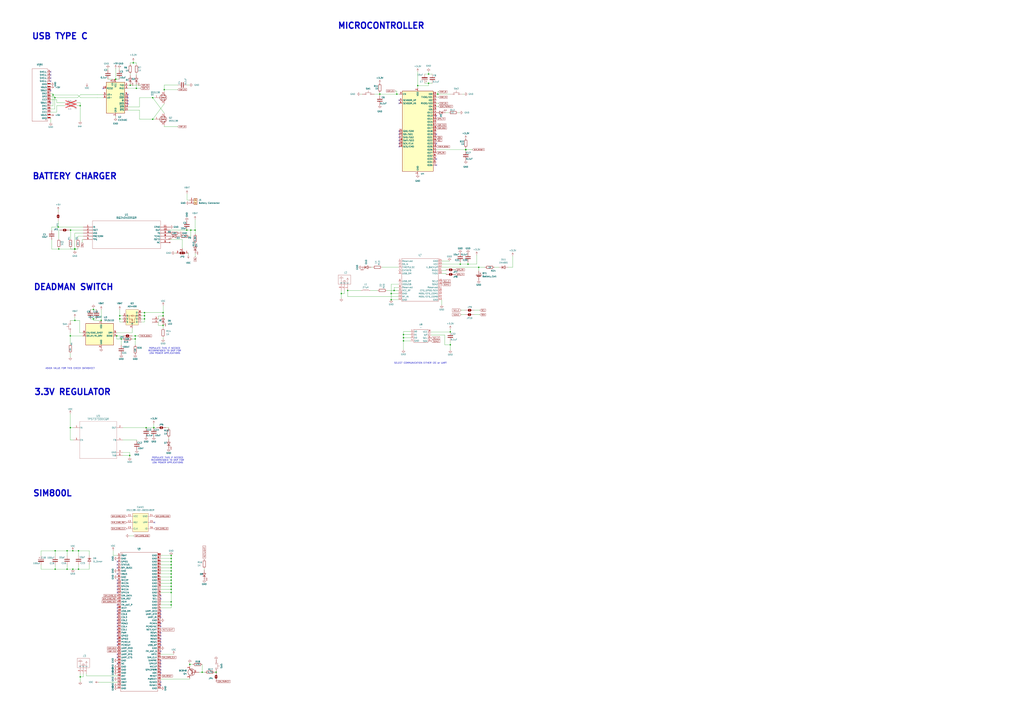
<source format=kicad_sch>
(kicad_sch (version 20250114) (generator "eeschema") (generator_version "9.0")
  (paper "A1")
  (text "POPULATE THIS IF NEEDED\nRECOMMENDED TO DNP FOR\nLOW POWER APPLICATIONS" (at 137.6266 378.2843 0) (effects (font (size 1.27 1.27))))
  (text "ASIGN VALUE FOR THIS CHECK DATASHEET" (at 57.6093 302.7881 0) (effects (font (size 1.27 1.27))))
  (text "BATTERY CHARGER\n" (at 26.4184 147.8466 0) (effects (font (size 5 5) (thickness 1) (bold yes)) (justify left bottom)))
  (text "3.3V REGULATOR" (at 27.9109 325.1654 0) (effects (font (size 5 5) (thickness 1) (bold yes)) (justify left bottom)))
  (text "SIM800L\n" (at 26.8716 408.4183 0) (effects (font (size 5 5) (thickness 1) (bold yes)) (justify left bottom)))
  (text "MICROCONTROLLER" (at 277.1732 24.158 0) (effects (font (size 5 5) (thickness 1) (bold yes)) (justify left bottom)))
  (text "SELECT COMMUNICATION EITHER I2C or UART\n" (at 345.3403 298.4307 0) (effects (font (size 1.27 1.27))))
  (text "USB TYPE C\n" (at 25.9706 32.7934 0) (effects (font (size 5 5) (thickness 1) (bold yes)) (justify left bottom)))
  (text "DEADMAN SWITCH\n" (at 27.4012 238.9275 0) (effects (font (size 5 5) (thickness 1) (bold yes)) (justify left bottom)))
  (text "POPULATE THIS IF NEEDED\nRECOMMENDED TO DNP FOR\nLOW POWER APPLICATIONS" (at 135.2211 288.3618 0) (effects (font (size 1.27 1.27))))
  (junction (at 133.9195 259.5007))
  (junction (at 285.5067 238.7244))
  (junction (at 57.9359 189.1152))
  (junction (at 382.5483 123.0473))
  (junction (at 378.0093 217.1344))
  (junction (at 140.5729 486.9677))
  (junction (at 140.5729 459.0277))
  (junction (at 59.8493 467.7665))
  (junction (at 140.5729 469.1877))
  (junction (at 59.816 452.6225))
  (junction (at 331.3702 277.5585))
  (junction (at 45.3101 467.7665))
  (junction (at 166.0452 552.4537))
  (junction (at 343.0668 70.3423))
  (junction (at 111.0595 276.0107))
  (junction (at 118.6795 259.5007))
  (junction (at 106.953 70.0986))
  (junction (at 140.5729 474.2677))
  (junction (at 118.6795 256.9607))
  (junction (at 140.5729 481.8877))
  (junction (at 160.1987 189.1152))
  (junction (at 140.5729 494.5877))
  (junction (at 382.5483 122.9467))
  (junction (at 331.3702 275.0185))
  (junction (at 140.5729 466.6477))
  (junction (at 156.7419 189.1152))
  (junction (at 155.8852 546.1037))
  (junction (at 140.5729 479.3477))
  (junction (at 351.9568 60.8173))
  (junction (at 43.5393 78.0343))
  (junction (at 98.3595 259.5007))
  (junction (at 45.0909 80.2682))
  (junction (at 98.3595 262.0407))
  (junction (at 321.257 241.2644))
  (junction (at 76.7695 262.0407))
  (junction (at 384.3593 217.1344))
  (junction (at 140.5729 497.1277))
  (junction (at 64.4789 452.6225))
  (junction (at 55.0809 452.6225))
  (junction (at 369.861 272.7325))
  (junction (at 111.0595 278.5507))
  (junction (at 61.4919 204.591))
  (junction (at 47.7759 186.5752))
  (junction (at 61.4919 204.6468))
  (junction (at 125.368 98.0386))
  (junction (at 325.9218 77.3273))
  (junction (at 126.3543 351.485))
  (junction (at 133.9195 256.9607))
  (junction (at 140.5729 461.5677))
  (junction (at 83.1195 263.3107))
  (junction (at 351.9568 68.4373))
  (junction (at 45.3101 452.6225))
  (junction (at 64.4789 467.7665))
  (junction (at 55.0809 467.7665))
  (junction (at 311.9518 77.3273))
  (junction (at 109.493 51.6836))
  (junction (at 65.8445 86.8612))
  (junction (at 153.4399 189.1152))
  (junction (at 323.6677 238.7244))
  (junction (at 134.893 73.6546))
  (junction (at 140.5729 471.7277))
  (junction (at 76.7695 254.4207))
  (junction (at 369.861 283.3455))
  (junction (at 331.3702 280.0985))
  (junction (at 95.015 65.0186))
  (junction (at 61.5295 263.3107))
  (junction (at 125.368 80.2586))
  (junction (at 95.8195 276.0107))
  (junction (at 393.1559 219.6744))
  (junction (at 57.7743 351.485))
  (junction (at 48.2839 204.591))
  (junction (at 177.4752 552.4537))
  (junction (at 106.5423 374.345))
  (junction (at 140.5729 464.1077))
  (junction (at 112.033 72.6386))
  (junction (at 321.257 246.3444))
  (junction (at 61.4919 204.5847))
  (junction (at 140.5729 476.8077))
  (junction (at 65.9245 556.2918))
  (junction (at 57.7547 276.0107))
  (junction (at 359.5768 77.3273))
  (junction (at 99.6295 278.5507))
  (junction (at 140.5729 484.4277))
  (junction (at 133.9195 267.3747))
  (junction (at 140.5729 456.4877))
  (junction (at 118.6795 262.0407))
  (junction (at 280.3516 241.2644))
  (junction (at 120.0043 351.485))
  (no_connect (at 132.0019 514.9077))
  (no_connect (at 41.5644 64.1368))
  (no_connect (at 358.3068 95.1073))
  (no_connect (at 327.8268 110.3473))
  (no_connect (at 132.0019 560.6277))
  (no_connect (at 132.0019 530.1477))
  (no_connect (at 132.0019 553.0077))
  (no_connect (at 105.048 85.3386))
  (no_connect (at 132.0019 547.9277))
  (no_connect (at 96.4419 537.7677))
  (no_connect (at 358.3068 110.3473))
  (no_connect (at 96.4419 512.3677))
  (no_connect (at 105.048 80.2586))
  (no_connect (at 96.4419 464.1077))
  (no_connect (at 96.4419 517.4477))
  (no_connect (at 96.4419 486.9677))
  (no_connect (at 132.0019 507.2877))
  (no_connect (at 96.4419 471.7277))
  (no_connect (at 41.5644 66.6768))
  (no_connect (at 96.4419 461.5677))
  (no_connect (at 132.0019 512.3677))
  (no_connect (at 96.4419 507.2877))
  (no_connect (at 96.4419 502.2077))
  (no_connect (at 96.4419 479.3477))
  (no_connect (at 358.3068 130.6673))
  (no_connect (at 132.0019 527.6077))
  (no_connect (at 41.5644 61.5968))
  (no_connect (at 96.4419 522.5277))
  (no_connect (at 96.4419 466.6477))
  (no_connect (at 96.4419 484.4277))
  (no_connect (at 327.8268 117.9673))
  (no_connect (at 327.8268 112.8873))
  (no_connect (at 327.8268 82.4073))
  (no_connect (at 41.5644 74.2968))
  (no_connect (at 105.048 82.7986))
  (no_connect (at 132.0019 563.1677))
  (no_connect (at 41.5644 59.0568))
  (no_connect (at 132.0019 542.8477))
  (no_connect (at 96.4419 545.3877))
  (no_connect (at 132.0019 502.2077))
  (no_connect (at 358.3068 117.9673))
  (no_connect (at 96.4419 509.8277))
  (no_connect (at 358.3068 135.7473))
  (no_connect (at 327.8268 120.5073))
  (no_connect (at 96.4419 499.6677))
  (no_connect (at 96.4419 519.9877))
  (no_connect (at 96.4419 514.9077))
  (no_connect (at 96.4419 481.8877))
  (no_connect (at 132.0019 550.4677))
  (no_connect (at 132.0019 535.2277))
  (no_connect (at 132.0019 525.0677))
  (no_connect (at 327.8268 84.9473))
  (no_connect (at 132.0019 519.9877))
  (no_connect (at 132.0019 522.5277))
  (no_connect (at 126.7794 429.3908))
  (no_connect (at 96.4419 540.3077))
  (no_connect (at 132.0019 504.7477))
  (no_connect (at 327.8268 115.4273))
  (no_connect (at 327.8268 107.8073))
  (no_connect (at 96.4419 527.6077))
  (no_connect (at 96.4419 476.8077))
  (no_connect (at 96.4419 497.1277))
  (no_connect (at 132.0019 545.3877))
  (no_connect (at 132.0019 492.0477))
  (no_connect (at 96.4419 525.0677))
  (no_connect (at 84.728 72.6386))
  (no_connect (at 132.0019 489.5077))
  (no_connect (at 41.5644 84.4568))
  (no_connect (at 96.4419 504.7477))
  (no_connect (at 105.048 77.7186))
  (no_connect (at 96.4419 530.1477))
  (wire (pts (xy 73.3803 467.7665) (xy 64.4789 467.7665)))
  (wire (pts (xy 382.5483 122.9467) (xy 382.5483 123.0473)))
  (wire (pts (xy 118.6795 256.9607) (xy 133.9195 256.9607)))
  (wire (pts (xy 48.2839 189.1152) (xy 49.2999 189.1152)))
  (wire (pts (xy 421.072 219.7013) (xy 417.3747 219.7013)))
  (wire (pts (xy 57.9359 203.8472) (xy 57.9359 204.6468)))
  (wire (pts (xy 132.0019 481.8877) (xy 140.5729 481.8877)))
  (wire (pts (xy 393.1559 219.7013) (xy 393.1559 219.6744)))
  (wire (pts (xy 382.5483 123.0473) (xy 382.5483 124.1576)))
  (wire (pts (xy 64.0319 194.1952) (xy 64.0319 196.2272)))
  (wire (pts (xy 384.3593 217.1344) (xy 384.3593 215.5538)))
  (wire (pts (xy 133.9195 256.9607) (xy 133.9195 259.5007)))
  (wire (pts (xy 118.6795 256.9607) (xy 118.6795 259.5007)))
  (wire (pts (xy 106.953 70.0986) (xy 115.208 70.0986)))
  (wire (pts (xy 132.0019 479.3477) (xy 140.5729 479.3477)))
  (wire (pts (xy 285.4316 238.7244) (xy 285.5067 238.7244)))
  (wire (pts (xy 140.5729 471.7277) (xy 140.5729 474.2677)))
  (wire (pts (xy 126.3543 348.437) (xy 126.3543 351.485)))
  (wire (pts (xy 133.9195 267.3747) (xy 133.9195 269.6607)))
  (wire (pts (xy 158.4252 546.1037) (xy 155.8852 546.1037)))
  (wire (pts (xy 100.9543 374.345) (xy 106.5423 374.345)))
  (wire (pts (xy 55.0809 452.6225) (xy 55.0809 456.664)))
  (wire (pts (xy 64.4789 467.7665) (xy 59.8493 467.7665)))
  (wire (pts (xy 60.3143 351.485) (xy 57.7743 351.485)))
  (wire (pts (xy 140.5729 464.1077) (xy 140.5729 466.6477)))
  (wire (pts (xy 325.9218 74.7873) (xy 325.9218 77.3273)))
  (wire (pts (xy 381.1668 77.3273) (xy 379.8968 77.3273)))
  (wire (pts (xy 156.7419 189.1152) (xy 160.1987 189.1152)))
  (wire (pts (xy 114.573 80.2586) (xy 114.573 87.8786)))
  (wire (pts (xy 47.7759 186.5752) (xy 68.3499 186.5752)))
  (wire (pts (xy 389.4781 254.974) (xy 394.1858 254.974)))
  (wire (pts (xy 57.7195 276.0107) (xy 57.7195 273.4707)))
  (wire (pts (xy 130.1095 262.2947) (xy 130.1095 259.7547)))
  (wire (pts (xy 337.1058 272.4785) (xy 331.3702 272.4785)))
  (wire (pts (xy 140.5729 456.4877) (xy 132.0019 456.4877)))
  (wire (pts (xy 134.893 92.9586) (xy 125.368 80.2586)))
  (wire (pts (xy 359.5768 75.4223) (xy 359.5768 77.3273)))
  (wire (pts (xy 100.8995 264.5807) (xy 98.3595 264.5807)))
  (wire (pts (xy 351.9568 60.8173) (xy 355.1318 60.8173)))
  (wire (pts (xy 76.7695 254.4207) (xy 79.3095 254.4207)))
  (wire (pts (xy 43.5393 76.8368) (xy 43.5393 78.0343)))
  (wire (pts (xy 116.1395 256.9607) (xy 118.6795 256.9607)))
  (wire (pts (xy 313.7046 219.6744) (xy 327.213 219.6744)))
  (wire (pts (xy 42.4419 186.5752) (xy 47.7759 186.5752)))
  (wire (pts (xy 105.048 72.6386) (xy 112.033 72.6386)))
  (wire (pts (xy 311.9518 77.3273) (xy 325.9218 77.3273)))
  (wire (pts (xy 41.675 97.1568) (xy 41.5644 97.1568)))
  (wire (pts (xy 61.5295 263.3107) (xy 65.3395 263.3107)))
  (wire (pts (xy 73.3803 452.6225) (xy 64.4789 452.6225)))
  (wire (pts (xy 132.0019 499.6677) (xy 140.5729 499.6677)))
  (wire (pts (xy 393.1559 219.6744) (xy 393.2115 219.6744)))
  (wire (pts (xy 118.6795 264.5807) (xy 116.1395 264.5807)))
  (wire (pts (xy 41.5644 81.9168) (xy 46.588 81.9168)))
  (wire (pts (xy 59.8493 467.7665) (xy 55.0809 467.7665)))
  (wire (pts (xy 139.4699 189.1152) (xy 153.4399 189.1152)))
  (wire (pts (xy 105.048 90.4186) (xy 114.573 90.4186)))
  (wire (pts (xy 106.953 52.9536) (xy 106.953 51.6836)))
  (wire (pts (xy 48.2839 204.591) (xy 61.4919 204.591)))
  (wire (pts (xy 132.0019 494.5877) (xy 140.5729 494.5877)))
  (wire (pts (xy 118.6795 259.5007) (xy 118.6795 262.0407)))
  (wire (pts (xy 99.6295 278.5507) (xy 99.6295 283.6307)))
  (wire (pts (xy 83.1195 254.4207) (xy 83.1195 263.3107)))
  (wire (pts (xy 68.3499 189.1152) (xy 57.9359 189.1152)))
  (wire (pts (xy 369.861 270.3828) (xy 369.861 272.7325)))
  (wire (pts (xy 140.5729 474.2677) (xy 140.5729 476.8077)))
  (wire (pts (xy 106.5423 374.345) (xy 106.5423 375.869)))
  (wire (pts (xy 98.3595 259.5007) (xy 100.8995 259.5007)))
  (wire (pts (xy 106.5423 371.805) (xy 106.5423 374.345)))
  (wire (pts (xy 46.588 92.0768) (xy 46.588 86.8612)))
  (wire (pts (xy 92.865 452.4516) (xy 92.865 456.4877)))
  (wire (pts (xy 112.033 69.4636) (xy 112.033 72.6386)))
  (wire (pts (xy 108.5195 273.4707) (xy 108.5195 269.6607)))
  (wire (pts (xy 84.728 77.7186) (xy 79.9516 77.7186)))
  (wire (pts (xy 63.3045 86.8612) (xy 65.8445 86.8612)) (stroke (width 0.1524)))
  (wire (pts (xy 140.5729 476.8077) (xy 140.5729 479.3477)))
  (wire (pts (xy 348.7818 60.8173) (xy 351.9568 60.8173)))
  (wire (pts (xy 113.5995 276.0107) (xy 111.0595 276.0107)))
  (wire (pts (xy 73.3803 463.9827) (xy 73.3803 467.7665)))
  (wire (pts (xy 46.588 81.9168) (xy 46.588 84.3212)))
  (wire (pts (xy 111.0595 276.0107) (xy 111.0595 278.5507)))
  (wire (pts (xy 405.9633 219.7013) (xy 409.7547 219.7013)))
  (wire (pts (xy 106.1073 440.3308) (xy 109.9173 440.3308)))
  (wire (pts (xy 140.5729 479.3477) (xy 140.5729 481.8877)))
  (wire (pts (xy 337.1058 277.5585) (xy 331.3702 277.5585)))
  (wire (pts (xy 88.665 56.1286) (xy 88.665 57.3986)))
  (wire (pts (xy 321.257 241.2644) (xy 321.257 246.3444)))
  (wire (pts (xy 282.8916 238.7244) (xy 282.8916 241.2644)))
  (wire (pts (xy 166.0452 546.1037) (xy 166.0452 552.4537)))
  (wire (pts (xy 382.5483 121.6176) (xy 382.5483 122.9467)))
  (wire (pts (xy 351.9568 70.3423) (xy 343.0668 70.3423)))
  (wire (pts (xy 351.9568 58.9123) (xy 351.9568 60.8173)))
  (wire (pts (xy 33.6988 456.7703) (xy 33.6988 452.6225)))
  (wire (pts (xy 45.3101 456.8704) (xy 45.3101 452.6225)))
  (wire (pts (xy 71.0045 555.5477) (xy 71.0045 553.7518)))
  (wire (pts (xy 343.0668 58.9123) (xy 343.0668 70.3423)))
  (wire (pts (xy 362.773 222.2144) (xy 366.3233 222.2144)))
  (wire (pts (xy 369.7368 77.3273) (xy 359.5768 77.3273)))
  (wire (pts (xy 153.4399 189.1152) (xy 156.7419 189.1152)))
  (wire (pts (xy 376.0868 92.5673) (xy 377.3568 92.5673)))
  (wire (pts (xy 79.9516 77.746) (xy 66.1903 77.746)))
  (wire (pts (xy 48.2839 203.8472) (xy 48.2839 204.591)))
  (wire (pts (xy 317.6618 238.7244) (xy 323.6677 238.7244)))
  (wire (pts (xy 132.0019 466.6477) (xy 140.5729 466.6477)))
  (wire (pts (xy 358.3068 79.8673) (xy 360.2118 79.8673)))
  (wire (pts (xy 421.072 210.2987) (xy 421.072 219.7013)))
  (wire (pts (xy 33.6988 467.7665) (xy 45.3101 467.7665)))
  (wire (pts (xy 327.213 241.2644) (xy 321.257 241.2644)))
  (wire (pts (xy 108.5195 276.0107) (xy 111.0595 276.0107)))
  (wire (pts (xy 63.6564 80.2799) (xy 45.1026 80.2799)))
  (wire (pts (xy 391.5136 217.1344) (xy 384.3593 217.1344)))
  (wire (pts (xy 98.3595 254.4207) (xy 98.3595 259.5007)))
  (wire (pts (xy 388.0131 122.9467) (xy 382.5483 122.9467)))
  (wire (pts (xy 160.2979 200.5452) (xy 160.2979 200.0372)))
  (wire (pts (xy 60.3143 361.645) (xy 57.7743 361.645)))
  (wire (pts (xy 111.0595 278.5507) (xy 111.0595 283.6307)))
  (wire (pts (xy 41.5644 89.5368) (xy 45.0909 89.5368)))
  (wire (pts (xy 65.9245 560.1018) (xy 65.9245 556.2918)))
  (wire (pts (xy 74.2295 254.4207) (xy 76.7695 254.4207)))
  (wire (pts (xy 61.4919 204.6468) (xy 61.4919 205.8792)))
  (wire (pts (xy 134.893 104.1346) (xy 134.893 103.1186)))
  (wire (pts (xy 45.1026 80.2799) (xy 45.0909 80.2682)))
  (wire (pts (xy 59.816 452.6225) (xy 64.4789 452.6225)))
  (wire (pts (xy 76.7695 263.3107) (xy 83.1195 263.3107)))
  (wire (pts (xy 112.033 51.6836) (xy 112.033 52.9536)))
  (wire (pts (xy 65.8445 86.8612) (xy 65.8445 99.5612)) (stroke (width 0.1524)))
  (wire (pts (xy 132.0019 464.1077) (xy 140.5729 464.1077)))
  (wire (pts (xy 155.8852 546.1037) (xy 155.8852 547.3737)))
  (wire (pts (xy 94.888 95.4986) (xy 94.888 96.7686)))
  (wire (pts (xy 136.2603 351.485) (xy 138.5463 351.485)))
  (wire (pts (xy 321.257 246.3444) (xy 327.213 246.3444)))
  (wire (pts (xy 365.2314 283.3455) (xy 369.861 283.3455)))
  (wire (pts (xy 74.2295 262.0407) (xy 76.7695 262.0407)))
  (wire (pts (xy 112.033 72.6386) (xy 115.208 72.6386)))
  (wire (pts (xy 76.7695 262.0407) (xy 79.3095 262.0407)))
  (wire (pts (xy 67.537 196.7352) (xy 68.3499 196.7352)))
  (wire (pts (xy 41.5644 86.9968) (xy 43.5393 86.9968)))
  (wire (pts (xy 106.953 69.4636) (xy 106.953 70.0986)))
  (wire (pts (xy 45.0909 79.3768) (xy 41.5644 79.3768)))
  (wire (pts (xy 76.7695 262.0407) (xy 76.7695 263.3107)))
  (wire (pts (xy 45.0909 80.2682) (xy 45.0909 79.3768)))
  (wire (pts (xy 100.9543 371.805) (xy 106.5423 371.805)))
  (wire (pts (xy 84.728 80.2586) (xy 79.9516 80.2586)))
  (wire (pts (xy 95.8195 278.5507) (xy 99.6295 278.5507)))
  (wire (pts (xy 45.0909 80.2682) (xy 45.0909 89.5368)))
  (wire (pts (xy 145.942 69.8446) (xy 134.893 69.8446)))
  (wire (pts (xy 149.6299 204.1012) (xy 149.6299 196.7352)))
  (wire (pts (xy 156.7419 194.1952) (xy 156.7419 189.1152)))
  (wire (pts (xy 130.1095 264.8347) (xy 130.1095 267.3747)))
  (wire (pts (xy 45.3101 452.6225) (xy 55.0809 452.6225)))
  (wire (pts (xy 105.048 87.8786) (xy 114.573 87.8786)))
  (wire (pts (xy 398.3433 219.7013) (xy 393.1559 219.7013)))
  (wire (pts (xy 282.8916 241.2644) (xy 280.3516 241.2644)))
  (wire (pts (xy 133.9572 256.9607) (xy 133.9195 256.9607)))
  (wire (pts (xy 132.0019 461.5677) (xy 140.5729 461.5677)))
  (wire (pts (xy 378.0093 215.5538) (xy 378.0093 217.1344)))
  (wire (pts (xy 140.5729 494.5877) (xy 140.5729 497.1277)))
  (wire (pts (xy 132.0019 497.1277) (xy 140.5729 497.1277)))
  (wire (pts (xy 140.5729 469.1877) (xy 140.5729 471.7277)))
  (wire (pts (xy 43.5425 78.0311) (xy 43.5393 78.0343)))
  (wire (pts (xy 120.0043 351.485) (xy 126.3543 351.485)))
  (wire (pts (xy 134.893 73.6546) (xy 145.942 73.6546)))
  (wire (pts (xy 140.5729 481.8877) (xy 140.5729 484.4277)))
  (wire (pts (xy 140.5729 461.5677) (xy 140.5729 464.1077)))
  (wire (pts (xy 153.562 69.8446) (xy 155.467 69.8446)))
  (wire (pts (xy 57.7547 282.7782) (xy 57.7547 276.0107)))
  (wire (pts (xy 354.1238 275.2725) (xy 365.2314 275.2725)))
  (wire (pts (xy 43.5393 76.8368) (xy 41.5644 76.8368)))
  (wire (pts (xy 116.1395 259.5007) (xy 118.6795 259.5007)))
  (wire (pts (xy 360.2118 75.4223) (xy 359.5768 75.4223)))
  (wire (pts (xy 331.3702 272.4785) (xy 331.3702 275.0185)))
  (wire (pts (xy 73.3803 456.3627) (xy 73.3803 452.6225)))
  (wire (pts (xy 79.9516 77.7186) (xy 79.9516 77.746)))
  (wire (pts (xy 138.5463 351.485) (xy 138.5463 351.993)))
  (wire (pts (xy 354.1238 272.7325) (xy 369.861 272.7325)))
  (wire (pts (xy 66.1294 80.286) (xy 63.8745 78.0311)))
  (wire (pts (xy 140.5729 486.9677) (xy 140.5729 494.5877)))
  (wire (pts (xy 362.773 219.6744) (xy 393.1559 219.6744)))
  (wire (pts (xy 140.5729 456.4877) (xy 140.5729 459.0277)))
  (wire (pts (xy 324.6518 74.7873) (xy 325.9218 74.7873)))
  (wire (pts (xy 33.6988 452.6225) (xy 45.3101 452.6225)))
  (wire (pts (xy 366.3233 224.7544) (xy 366.3233 225.5)))
  (wire (pts (xy 132.0019 476.8077) (xy 140.5729 476.8077)))
  (wire (pts (xy 140.5729 497.1277) (xy 140.5729 499.6677)))
  (wire (pts (xy 95.8195 273.4707) (xy 108.5195 273.4707)))
  (wire (pts (xy 133.9195 259.5007) (xy 133.9195 259.7547)))
  (wire (pts (xy 362.773 217.1344) (xy 378.0093 217.1344)))
  (wire (pts (xy 132.0019 469.1877) (xy 140.5729 469.1877)))
  (wire (pts (xy 132.0019 459.0277) (xy 140.5729 459.0277)))
  (wire (pts (xy 167.7694 467.351) (xy 167.7694 468.621)))
  (wire (pts (xy 351.9568 68.4373) (xy 355.1318 68.4373)))
  (wire (pts (xy 155.2179 194.1952) (xy 156.7419 194.1952)))
  (wire (pts (xy 80.96 560.6277) (xy 96.4419 560.6277)))
  (wire (pts (xy 106.953 51.6836) (xy 109.493 51.6836)))
  (wire (pts (xy 65.9245 556.2918) (xy 65.9245 553.7518)))
  (wire (pts (xy 337.1058 280.0985) (xy 331.3702 280.0985)))
  (wire (pts (xy 280.3516 241.2644) (xy 280.3516 238.7244)))
  (wire (pts (xy 112.033 60.5736) (xy 112.033 61.8436)))
  (wire (pts (xy 348.7818 68.4373) (xy 351.9568 68.4373)))
  (wire (pts (xy 378.0093 217.1344) (xy 384.3593 217.1344)))
  (wire (pts (xy 118.6795 262.0407) (xy 118.6795 264.5807)))
  (wire (pts (xy 155.8852 544.8337) (xy 155.8852 546.1037)))
  (wire (pts (xy 369.861 283.3455) (xy 369.861 287.6467)))
  (wire (pts (xy 323.6677 238.7244) (xy 327.213 238.7244)))
  (wire (pts (xy 311.9518 76.0573) (xy 311.9518 77.3273)))
  (wire (pts (xy 132.0019 537.7677) (xy 142.7013 537.7677)))
  (wire (pts (xy 325.9218 77.3273) (xy 327.8268 77.3273)))
  (wire (pts (xy 133.9572 251.2275) (xy 133.9572 256.9607)))
  (wire (pts (xy 365.2314 275.2725) (xy 365.2314 283.3455)))
  (wire (pts (xy 59.816 452.6225) (xy 55.0809 452.6225)))
  (wire (pts (xy 46.588 86.8612) (xy 53.1445 86.8612)))
  (wire (pts (xy 98.3595 264.5807) (xy 98.3595 262.0407)))
  (wire (pts (xy 327.213 233.6444) (xy 321.257 233.6444)))
  (wire (pts (xy 155.8852 558.0877) (xy 155.8852 557.5337)))
  (wire (pts (xy 79.9516 80.286) (xy 66.1294 80.286)))
  (wire (pts (xy 95.8195 276.0107) (xy 100.8995 276.0107)))
  (wire (pts (xy 134.893 85.3386) (xy 125.368 98.0386)))
  (wire (pts (xy 61.4919 204.591) (xy 61.4919 204.6468)))
  (wire (pts (xy 114.573 90.4186) (xy 114.573 98.0386)))
  (wire (pts (xy 378.6438 258.5942) (xy 381.758 258.5942)))
  (wire (pts (xy 64.4789 464.284) (xy 64.4789 467.7665)))
  (wire (pts (xy 130.1095 259.7547) (xy 133.9195 259.7547)))
  (wire (pts (xy 307.5068 77.3273) (xy 311.9518 77.3273)))
  (wire (pts (xy 98.063 65.0186) (xy 95.015 65.0186)))
  (wire (pts (xy 57.9359 204.6468) (xy 61.4919 204.6468)))
  (wire (pts (xy 311.9518 77.3273) (xy 311.9518 78.5973)))
  (wire (pts (xy 358.3068 123.0473) (xy 382.5483 123.0473)))
  (wire (pts (xy 126.3543 351.485) (xy 128.6403 351.485)))
  (wire (pts (xy 327.213 236.1844) (xy 323.6677 236.1844)))
  (wire (pts (xy 132.0019 558.0877) (xy 155.8852 558.0877)))
  (wire (pts (xy 95.015 56.1286) (xy 95.015 65.0186)))
  (wire (pts (xy 134.893 104.1346) (xy 145.942 104.1346)))
  (wire (pts (xy 132.0019 486.9677) (xy 140.5729 486.9677)))
  (wire (pts (xy 393.2115 219.6744) (xy 393.2115 222.6598)))
  (wire (pts (xy 153.595 159.2497) (xy 153.595 164.3502)))
  (wire (pts (xy 296.0768 77.3273) (xy 297.3468 77.3273)))
  (wire (pts (xy 65.3395 263.3107) (xy 65.3395 273.4707)))
  (wire (pts (xy 177.4752 552.4537) (xy 176.2052 552.4537)))
  (wire (pts (xy 57.7195 276.0107) (xy 57.7547 276.0107)))
  (wire (pts (xy 365.9268 92.5673) (xy 368.4668 92.5673)))
  (wire (pts (xy 98.063 57.3986) (xy 98.063 56.1286)))
  (wire (pts (xy 64.0319 203.8472) (xy 64.0319 204.5847)))
  (wire (pts (xy 132.0019 471.7277) (xy 140.5729 471.7277)))
  (wire (pts (xy 132.0019 484.4277) (xy 140.5729 484.4277)))
  (wire (pts (xy 42.4419 189.3692) (xy 42.4419 186.5752)))
  (wire (pts (xy 160.1987 189.1152) (xy 160.2979 189.1152)))
  (wire (pts (xy 63.3045 84.3212) (xy 65.8445 84.3212)) (stroke (width 0.1524)))
  (wire (pts (xy 33.6988 464.3903) (xy 33.6988 467.7665)))
  (wire (pts (xy 114.573 98.0386) (xy 125.368 98.0386)))
  (wire (pts (xy 45.3101 464.4904) (xy 45.3101 467.7665)))
  (wire (pts (xy 45.3101 467.7665) (xy 55.0809 467.7665)))
  (wire (pts (xy 61.5295 260.7707) (xy 61.5295 263.3107)))
  (wire (pts (xy 57.7743 340.055) (xy 57.7743 351.485)))
  (wire (pts (xy 134.893 73.6546) (xy 134.893 75.1786)))
  (wire (pts (xy 138.5463 359.613) (xy 138.5463 360.883)))
  (wire (pts (xy 369.861 280.3525) (xy 369.861 283.3455)))
  (wire (pts (xy 95.015 65.0186) (xy 94.888 65.0186)))
  (wire (pts (xy 100.9543 351.485) (xy 120.0043 351.485)))
  (wire (pts (xy 321.257 233.6444) (xy 321.257 241.2644)))
  (wire (pts (xy 68.3499 191.6552) (xy 61.4919 191.6552)))
  (wire (pts (xy 358.3068 84.9473) (xy 360.2118 84.9473)))
  (wire (pts (xy 61.4919 204.5847) (xy 61.4919 204.591)))
  (wire (pts (xy 105.048 70.0986) (xy 106.953 70.0986)))
  (wire (pts (xy 106.953 60.5736) (xy 106.953 61.8436)))
  (wire (pts (xy 61.4919 204.5847) (xy 64.0319 204.5847)))
  (wire (pts (xy 112.3843 361.645) (xy 112.3843 362.153)))
  (wire (pts (xy 65.8445 84.3212) (xy 65.8445 86.8612)) (stroke (width 0.1524)))
  (wire (pts (xy 323.6677 236.1844) (xy 323.6677 238.7244)))
  (wire (pts (xy 99.6295 278.5507) (xy 100.8995 278.5507)))
  (wire (pts (xy 116.1395 262.0407) (xy 118.6795 262.0407)))
  (wire (pts (xy 358.3068 87.4873) (xy 360.0848 87.4873)))
  (wire (pts (xy 57.7743 351.485) (xy 57.7743 361.645)))
  (wire (pts (xy 149.6299 196.7352) (xy 139.4699 196.7352)))
  (wire (pts (xy 48.2839 196.2272) (xy 48.2839 189.1152)))
  (wire (pts (xy 100.8995 262.0407) (xy 98.3595 262.0407)))
  (wire (pts (xy 57.7547 276.0107) (xy 67.8795 276.0107)))
  (wire (pts (xy 57.7547 290.3982) (xy 57.7547 293.4199)))
  (wire (pts (xy 134.893 69.8446) (xy 134.893 73.6546)))
  (wire (pts (xy 133.9195 267.1207) (xy 133.9195 267.3747)))
  (wire (pts (xy 140.5729 466.6477) (xy 140.5729 469.1877)))
  (wire (pts (xy 351.9568 68.4373) (xy 351.9568 70.3423)))
  (wire (pts (xy 108.5195 278.5507) (xy 111.0595 278.5507)))
  (wire (pts (xy 331.3702 277.5585) (xy 331.3702 280.0985)))
  (wire (pts (xy 366.3233 222.2144) (xy 366.3233 221.7296)))
  (wire (pts (xy 47.7759 181.6222) (xy 47.7759 186.5752)))
  (wire (pts (xy 130.1095 267.3747) (xy 133.9195 267.3747)))
  (wire (pts (xy 362.773 224.7544) (xy 366.3233 224.7544)))
  (wire (pts (xy 160.1987 180.3231) (xy 160.1987 189.1152)))
  (wire (pts (xy 41.675 100.5786) (xy 41.675 97.1568)))
  (wire (pts (xy 378.6141 254.974) (xy 381.8581 254.974)))
  (wire (pts (xy 63.8745 78.0311) (xy 43.5425 78.0311)))
  (wire (pts (xy 304.0908 238.7244) (xy 310.0418 238.7244)))
  (wire (pts (xy 166.0452 552.4537) (xy 163.5052 552.4537)))
  (wire (pts (xy 147.0899 194.1952) (xy 147.5979 194.1952)))
  (wire (pts (xy 109.493 50.4136) (xy 109.493 51.6836)))
  (wire (pts (xy 125.368 98.0386) (xy 127.273 98.0386)))
  (wire (pts (xy 337.1058 275.0185) (xy 331.3702 275.0185)))
  (wire (pts (xy 132.0019 474.2677) (xy 140.5729 474.2677)))
  (wire (pts (xy 160.2979 208.1652) (xy 160.2979 210.9592)))
  (wire (pts (xy 67.537 199.2781) (xy 67.537 196.7352)))
  (wire (pts (xy 68.4645 553.7518) (xy 68.4645 556.2918)))
  (wire (pts (xy 66.1903 77.746) (xy 63.6564 80.2799)))
  (wire (pts (xy 160.2979 189.1152) (xy 160.2979 192.4172)))
  (wire (pts (xy 280.3516 245.0744) (xy 280.3516 241.2644)))
  (wire (pts (xy 68.4645 556.2918) (xy 65.9245 556.2918)))
  (wire (pts (xy 109.493 51.6836) (xy 112.033 51.6836)))
  (wire (pts (xy 362.773 214.5944) (xy 369.1469 214.5944)))
  (wire (pts (xy 389.378 258.5942) (xy 394.1858 258.5942)))
  (wire (pts (xy 100.9543 361.645) (xy 112.3843 361.645)))
  (wire (pts (xy 125.368 80.2586) (xy 127.273 80.2586)))
  (wire (pts (xy 166.0452 552.4537) (xy 168.5852 552.4537)))
  (wire (pts (xy 79.9516 80.2586) (xy 79.9516 80.286)))
  (wire (pts (xy 88.665 65.0186) (xy 92.348 65.0186)))
  (wire (pts (xy 327.213 243.8044) (xy 285.5067 243.8044)))
  (wire (pts (xy 57.9359 189.1152) (xy 57.9359 196.2272)))
  (wire (pts (xy 362.773 246.3444) (xy 362.773 250.6526)))
  (wire (pts (xy 95.8195 278.5507) (xy 95.8195 276.0107)))
  (wire (pts (xy 42.4419 196.9892) (xy 42.4419 204.591)))
  (wire (pts (xy 143.5339 207.9112) (xy 144.5499 207.9112)))
  (wire (pts (xy 68.3499 194.1952) (xy 64.0319 194.1952)))
  (wire (pts (xy 98.3595 262.0407) (xy 98.3595 259.5007)))
  (wire (pts (xy 359.5768 77.3273) (xy 358.3068 77.3273)))
  (wire (pts (xy 391.5136 209.4865) (xy 391.5136 217.1344)))
  (wire (pts (xy 331.3702 275.0185) (xy 331.3702 277.5585)))
  (wire (pts (xy 92.865 456.4877) (xy 96.4419 456.4877)))
  (wire (pts (xy 65.3395 273.4707) (xy 67.8795 273.4707)))
  (wire (pts (xy 153.595 164.3502) (xy 155.4719 164.3502)))
  (wire (pts (xy 96.4419 555.5477) (xy 71.0045 555.5477)))
  (wire (pts (xy 56.9199 189.1152) (xy 57.9359 189.1152)))
  (wire (pts (xy 61.4919 191.6552) (xy 61.4919 204.5847)))
  (wire (pts (xy 285.5067 243.8044) (xy 285.5067 238.7244)))
  (wire (pts (xy 46.588 84.3212) (xy 53.1445 84.3212)))
  (wire (pts (xy 114.573 80.2586) (xy 125.368 80.2586)))
  (wire (pts (xy 133.9195 278.5507) (xy 133.9195 277.2807)))
  (wire (pts (xy 140.5729 459.0277) (xy 140.5729 461.5677)))
  (wire (pts (xy 43.5393 78.0343) (xy 43.5393 86.9968)))
  (wire (pts (xy 47.7759 172.7322) (xy 47.7759 174.0022)))
  (wire (pts (xy 154.7099 207.9112) (xy 154.7099 209.6892)))
  (wire (pts (xy 55.0809 467.7665) (xy 55.0809 464.284)))
  (wire (pts (xy 57.7195 263.3107) (xy 61.5295 263.3107)))
  (wire (pts (xy 331.3702 280.0985) (xy 331.3702 287.3927)))
  (wire (pts (xy 42.4419 204.591) (xy 48.2839 204.591)))
  (wire (pts (xy 140.5729 484.4277) (xy 140.5729 486.9677)))
  (wire (pts (xy 76.7695 253.1507) (xy 76.7695 254.4207)))
  (wire (pts (xy 343.0668 70.3423) (xy 343.0668 72.2473)))
  (wire (pts (xy 285.5067 238.7244) (xy 296.4708 238.7244)))
  (wire (pts (xy 64.4789 456.664) (xy 64.4789 452.6225)))
  (wire (pts (xy 41.5644 92.0768) (xy 46.588 92.0768)))
  (wire (pts (xy 306.0846 219.6744) (xy 304.8146 219.6744)))
  (global_label "SCL2" (shape input) (at 354.1238 277.8125 0) (property "Intersheetrefs" "${INTERSHEET_REFS}" (effects (hide yes))))
  (global_label "ESP_TX" (shape input) (at 115.208 72.6386 0) (effects (font (size 1 1))) (property "Intersheetrefs" "${INTERSHEET_REFS}" (effects (hide yes))))
  (global_label "GPS_RX" (shape input) (at 358.3068 125.5873 0) (effects (font (size 1 1))) (property "Intersheetrefs" "${INTERSHEET_REFS}" (effects (hide yes))))
  (global_label "SCL2" (shape input) (at 378.6141 254.974 180) (property "Intersheetrefs" "${INTERSHEET_REFS}" (effects (hide yes))))
  (global_label "GPS_TX" (shape input) (at 358.3068 97.6473 0) (effects (font (size 1 1))) (property "Intersheetrefs" "${INTERSHEET_REFS}" (effects (hide yes))))
  (global_label "ESP_TX2" (shape input) (at 358.3068 102.7273 0) (effects (font (size 1 1))) (property "Intersheetrefs" "${INTERSHEET_REFS}" (effects (hide yes))))
  (global_label "SIM_CARD_RST" (shape input) (at 96.4419 492.0477 180) (effects (font (size 1 1))) (property "Intersheetrefs" "${INTERSHEET_REFS}" (effects (hide yes))))
  (global_label "ESP_RX2" (shape input) (at 96.4419 532.6877 180) (effects (font (size 1 1))) (property "Intersheetrefs" "${INTERSHEET_REFS}" (effects (hide yes))))
  (global_label "ESP_TX2" (shape input) (at 96.4419 535.2277 180) (effects (font (size 1 1))) (property "Intersheetrefs" "${INTERSHEET_REFS}" (effects (hide yes))))
  (global_label "NETLIGHT" (shape input) (at 132.0019 517.4477 0) (property "Intersheetrefs" "${INTERSHEET_REFS}" (effects (hide yes))))
  (global_label "GSM_PWRKEY" (shape input) (at 177.4752 560.0737 0) (effects (font (size 1 1))) (property "Intersheetrefs" "${INTERSHEET_REFS}" (effects (hide yes))))
  (global_label "GSM_PWRKEY" (shape input) (at 360.0848 87.4873 0) (effects (font (size 1 1))) (property "Intersheetrefs" "${INTERSHEET_REFS}" (effects (hide yes))))
  (global_label "ESP_RX" (shape input) (at 115.208 70.0986 0) (effects (font (size 1 1))) (property "Intersheetrefs" "${INTERSHEET_REFS}" (effects (hide yes))))
  (global_label "SIM_CARD_GND" (shape input) (at 126.7794 424.3108 0) (effects (font (size 1 1))) (property "Intersheetrefs" "${INTERSHEET_REFS}" (effects (hide yes))))
  (global_label "SIM_CARD_VCC" (shape input) (at 96.4419 494.5877 180) (effects (font (size 1 1))) (property "Intersheetrefs" "${INTERSHEET_REFS}" (effects (hide yes))))
  (global_label "ESP_EN" (shape input) (at 145.942 73.6546 0) (effects (font (size 1 1))) (property "Intersheetrefs" "${INTERSHEET_REFS}" (effects (hide yes))))
  (global_label "ESP_TX" (shape input) (at 360.2118 79.8673 0) (effects (font (size 1 1))) (property "Intersheetrefs" "${INTERSHEET_REFS}" (effects (hide yes))))
  (global_label "ESP_RX" (shape input) (at 360.2118 84.9473 0) (effects (font (size 1 1))) (property "Intersheetrefs" "${INTERSHEET_REFS}" (effects (hide yes))))
  (global_label "SIM_CARD_GND" (shape input) (at 109.9173 440.3308 0) (effects (font (size 1 1))) (property "Intersheetrefs" "${INTERSHEET_REFS}" (effects (hide yes))))
  (global_label "PG" (shape input) (at 67.537 199.2781 270) (effects (font (size 1 1))) (property "Intersheetrefs" "${INTERSHEET_REFS}" (effects (hide yes))))
  (global_label "TIMER_DONE" (shape input) (at 358.3068 120.5073 0) (effects (font (size 1 1))) (property "Intersheetrefs" "${INTERSHEET_REFS}" (effects (hide yes))))
  (global_label "SCL" (shape input) (at 358.3068 115.4273 0) (effects (font (size 1 1))) (property "Intersheetrefs" "${INTERSHEET_REFS}" (effects (hide yes))))
  (global_label "SIM_CARD_CLK" (shape input) (at 132.0019 540.3077 0) (effects (font (size 1 1))) (property "Intersheetrefs" "${INTERSHEET_REFS}" (effects (hide yes))))
  (global_label "SIM_CARD_VCC" (shape input) (at 103.9194 424.3108 180) (effects (font (size 1 1))) (property "Intersheetrefs" "${INTERSHEET_REFS}" (effects (hide yes))))
  (global_label "SIM_CARD_IO" (shape input) (at 96.4419 489.5077 180) (effects (font (size 1 1))) (property "Intersheetrefs" "${INTERSHEET_REFS}" (effects (hide yes))))
  (global_label "GPS_TX" (shape input) (at 373.9433 225.5 0) (effects (font (size 1 1))) (property "Intersheetrefs" "${INTERSHEET_REFS}" (effects (hide yes))))
  (global_label "SDA" (shape input) (at 394.1858 258.5942 0) (effects (font (size 1 1))) (property "Intersheetrefs" "${INTERSHEET_REFS}" (effects (hide yes))))
  (global_label "PG" (shape input) (at 160.2979 210.9592 270) (effects (font (size 1 1))) (property "Intersheetrefs" "${INTERSHEET_REFS}" (effects (hide yes))))
  (global_label "SDA2" (shape input) (at 362.773 233.6444 0) (property "Intersheetrefs" "${INTERSHEET_REFS}" (effects (hide yes))))
  (global_label "NETLIGHT" (shape input) (at 167.7694 459.731 90) (property "Intersheetrefs" "${INTERSHEET_REFS}" (effects (hide yes))))
  (global_label "SIM_CARD_RST" (shape input) (at 103.9194 429.3908 180) (effects (font (size 1 1))) (property "Intersheetrefs" "${INTERSHEET_REFS}" (effects (hide yes))))
  (global_label "SCL" (shape input) (at 394.1858 254.974 0) (effects (font (size 1 1))) (property "Intersheetrefs" "${INTERSHEET_REFS}" (effects (hide yes))))
  (global_label "SDA2" (shape input) (at 354.1238 280.3525 0) (property "Intersheetrefs" "${INTERSHEET_REFS}" (effects (hide yes))))
  (global_label "SCL2" (shape input) (at 362.773 231.1044 0) (property "Intersheetrefs" "${INTERSHEET_REFS}" (effects (hide yes))))
  (global_label "SIM_CARD_IO" (shape input) (at 126.7794 434.4708 0) (effects (font (size 1 1))) (property "Intersheetrefs" "${INTERSHEET_REFS}" (effects (hide yes))))
  (global_label "SIM_RESET" (shape input) (at 132.0019 555.5477 0) (effects (font (size 1 1))) (property "Intersheetrefs" "${INTERSHEET_REFS}" (effects (hide yes))))
  (global_label "TIMER_DONE" (shape input) (at 113.5995 276.0107 0) (effects (font (size 1 1))) (property "Intersheetrefs" "${INTERSHEET_REFS}" (effects (hide yes))))
  (global_label "ESP_I0" (shape input) (at 145.942 104.1346 0) (effects (font (size 1 1))) (property "Intersheetrefs" "${INTERSHEET_REFS}" (effects (hide yes))))
  (global_label "SIM_CARD_CLK" (shape input) (at 103.9194 434.4708 180) (effects (font (size 1 1))) (property "Intersheetrefs" "${INTERSHEET_REFS}" (effects (hide yes))))
  (global_label "GPS_RX" (shape input) (at 373.9433 221.7296 0) (effects (font (size 1 1))) (property "Intersheetrefs" "${INTERSHEET_REFS}" (effects (hide yes))))
  (global_label "ESP_RX2" (shape input) (at 358.3068 105.2673 0) (effects (font (size 1 1))) (property "Intersheetrefs" "${INTERSHEET_REFS}" (effects (hide yes))))
  (global_label "SDA2" (shape input) (at 378.6438 258.5942 180) (property "Intersheetrefs" "${INTERSHEET_REFS}" (effects (hide yes))))
  (global_label "ESP_EN" (shape input) (at 324.6518 74.7873 180) (effects (font (size 1 1))) (property "Intersheetrefs" "${INTERSHEET_REFS}" (effects (hide yes))))
  (global_label "SDA" (shape input) (at 358.3068 112.8873 0) (effects (font (size 1 1))) (property "Intersheetrefs" "${INTERSHEET_REFS}" (effects (hide yes))))
  (global_label "SIM_RESET" (shape input) (at 388.0131 122.9467 0) (effects (font (size 1 1))) (property "Intersheetrefs" "${INTERSHEET_REFS}" (effects (hide yes))))
  (global_label "ESP_I0" (shape input) (at 360.2118 75.4223 0) (effects (font (size 1 1))) (property "Intersheetrefs" "${INTERSHEET_REFS}" (effects (hide yes))))
  (symbol (lib_id "Jumper:SolderJumper_2_Open") (at 385.6681 254.974 0) (unit 1)
    (property "Reference" "JP9" (at 385.7322 252.3999 0))
    (property "Value" "SolderJumper_2_Open" (effects (hide yes)))
    (property "Footprint" "Jumper:SolderJumper-2_P1.3mm_Open_RoundedPad1.0x1.5mm" (effects (hide yes)))
    (property "Description" "Solder Jumper, 2-pole, open" (effects (hide yes)))
  )
  (symbol (lib_id "Device:C") (at 384.3593 211.7438 0) (unit 1)
    (property "Reference" "C20" (at 380.0413 213.7758 0) (effects (justify left)))
    (property "Value" "0.1uF" (at 378.6443 209.2038 0) (effects (justify left)))
    (property "Footprint" "Capacitor_SMD:C_0805_2012Metric_Pad1.18x1.45mm_HandSolder" (effects (hide yes)))
    (property "LCSC" "C49678" (effects (hide yes)))
  )
  (symbol (lib_id "Device:R") (at 57.9359 200.0372 0) (unit 1)
    (property "Reference" "R4" (at 56.6659 197.2432 90) (effects (justify left)))
    (property "Value" "1K" (at 57.9359 201.5612 90) (effects (justify left)))
    (property "Footprint" "Resistor_SMD:R_0603_1608Metric_Pad0.98x0.95mm_HandSolder" (effects (hide yes)))
    (property "Description" "Resistor" (effects (hide yes)))
    (property "LCSC" "C21190" (effects (hide yes)))
  )
  (symbol (lib_id "power:GND") (at 155.8852 544.8337 180) (unit 1)
    (property "Reference" "#PWR069" (effects (hide yes)))
    (property "Value" "GND" (effects (hide yes)))
    (property "Description" "Power symbol creates a global label with name \"GND\" , ground" (effects (hide yes)))
  )
  (symbol (lib_id "power:GND") (at 65.9245 560.1018 0) (unit 1)
    (property "Reference" "#PWR066" (effects (hide yes)))
    (property "Value" "GND" (effects (hide yes)))
    (property "Description" "Power symbol creates a global label with name \"GND\" , ground" (effects (hide yes)))
  )
  (symbol (lib_id "power:GND") (at 377.3568 92.5673 90) (unit 1)
    (property "Reference" "#PWR029" (effects (hide yes)))
    (property "Value" "GND" (at 381.4208 92.5672 90) (effects (justify right)))
    (property "Description" "Power symbol creates a global label with name \"GND\" , ground" (effects (hide yes)))
  )
  (symbol (lib_id "power:+3.3V") (at 126.3543 348.437 0) (unit 1)
    (property "Reference" "#PWR044" (effects (hide yes)))
    (property "Value" "+3.3V" (at 126.3543 343.992 0))
  )
  (symbol (lib_id "power:VDC") (at 92.865 452.4516 0) (unit 1)
    (property "Reference" "#PWR048" (effects (hide yes)))
    (property "Value" "VDC" (at 92.865 448.6416 0))
    (property "Description" "Power symbol creates a global label with name \"VDC\"" (effects (hide yes)))
  )
  (symbol (lib_id "Jumper:SolderJumper_2_Open") (at 132.4503 351.485 0) (unit 1)
    (property "Reference" "JP6" (at 132.4503 348.945 0))
    (property "Value" "SolderJumper_2_Open" (effects (hide yes)))
    (property "Footprint" "Jumper:SolderJumper-2_P1.3mm_Open_RoundedPad1.0x1.5mm" (effects (hide yes)))
    (property "Description" "Solder Jumper, 2-pole, open" (effects (hide yes)))
  )
  (symbol (lib_id "Symbols_track:SIM800L") (at 114.2219 511.0977 0) (unit 1)
    (property "Reference" "U6" (at 114.2219 450.85 0))
    (property "Value" "~" (at 114.2219 452.12 0))
    (property "Footprint" "ProLib_pcs_2026-02-06:GSMM-SMD_SIM800L" (effects (hide yes)))
    (property "Datasheet" "https://item.szlcsc.com/datasheet/SIM800L/125551.html" (effects (hide yes)))
    (property "Manufacturer Part" "SIM800L" (effects (hide yes)))
    (property "Manufacturer" "SIMCOM(芯讯通无线科技)" (effects (hide yes)))
    (property "Supplier Part" "C124276" (effects (hide yes)))
    (property "Supplier" "LCSC" (effects (hide yes)))
    (property "LCSC Part Name" "停产 SIM800L" (effects (hide yes)))
  )
  (symbol (lib_id "Device:C") (at 64.4789 460.474 0) (unit 1)
    (property "Reference" "C15" (at 66.0082 462.7707 0) (effects (justify left)))
    (property "Value" "10pF" (at 65.1139 457.934 0) (effects (justify left)))
    (property "Footprint" "Capacitor_SMD:C_0805_2012Metric_Pad1.18x1.45mm_HandSolder" (effects (hide yes)))
    (property "LCSC" "C49678" (effects (hide yes)))
  )
  (symbol (lib_id "power:GND") (at 143.5339 207.9112 270) (unit 1)
    (property "Reference" "#PWR014" (effects (hide yes)))
    (property "Value" "GND" (at 140.4859 207.9112 90) (effects (justify right)))
    (property "Description" "Power symbol creates a global label with name \"GND\" , ground" (effects (hide yes)))
  )
  (symbol (lib_id "Switch:SW_Push") (at 374.8168 77.3273 0) (unit 1)
    (property "Reference" "SW2" (at 374.8168 72.8823 0))
    (property "Value" "SW_Push" (effects (hide yes)))
    (property "Footprint" "Button_Switch_SMD:SW_Tactile_SPST_NO_Straight_CK_PTS636Sx25SMTRLFS" (effects (hide yes)))
    (property "LCSC" "C2689642" (effects (hide yes)))
  )
  (symbol (lib_id "Device:C") (at 98.063 61.2086 180) (unit 1)
    (property "Reference" "C3" (at 101.111 58.9226 0) (effects (justify left)))
    (property "Value" "10uF" (at 103.397 63.7486 0) (effects (justify left)))
    (property "Footprint" "Capacitor_SMD:C_0805_2012Metric_Pad1.18x1.45mm_HandSolder" (effects (hide yes)))
    (property "LCSC" "C15850" (effects (hide yes)))
  )
  (symbol (lib_id "Device:C") (at 79.3095 258.2307 0) (mirror y) (unit 1)
    (property "Reference" "C10" (at 76.5155 256.1987 0) (effects (justify right)))
    (property "Value" "100nF" (at 77.5315 260.5167 0) (effects (justify right)))
    (property "Footprint" "Capacitor_SMD:C_0805_2012Metric_Pad1.18x1.45mm_HandSolder" (effects (hide yes)))
    (property "Description" "Unpolarized capacitor" (effects (hide yes)))
    (property "Order Link" "https://shopee.ph/500pcs-0805-Chip-Capacitors-SMD-22P-100P-102K1NF-103K-10NF-104K-0.1UF-i.1172373435.24160699467?sp_atk=628b2bb1-ae8b-4207-8fc9-beb5da2c166c&xptdk=628b2bb1-ae8b-4207-8fc9-beb5da2c166c" (effects (hide yes)))
    (property "Order Status" "Ordered" (effects (hide yes)))
  )
  (symbol (lib_id "Device:C") (at 153.4399 185.3052 0) (unit 1)
    (property "Reference" "C5" (at 150.3919 183.2732 0) (effects (justify left)))
    (property "Value" "10uF" (at 148.3599 187.5912 0) (effects (justify left)))
    (property "Footprint" "Capacitor_SMD:C_0805_2012Metric_Pad1.18x1.45mm_HandSolder" (effects (hide yes)))
    (property "Description" "Unpolarized capacitor" (effects (hide yes)))
    (property "LCSC" "C15850" (effects (hide yes)))
  )
  (symbol (lib_id "Device:R") (at 143.2799 191.6552 90) (unit 1)
    (property "Reference" "R8" (at 138.9619 190.6392 90))
    (property "Value" "10K" (at 143.2799 191.6552 90))
    (property "Footprint" "Resistor_SMD:R_0603_1608Metric_Pad0.98x0.95mm_HandSolder" (effects (hide yes)))
    (property "Description" "Resistor" (effects (hide yes)))
    (property "LCSC" "C25804" (effects (hide yes)))
  )
  (symbol (lib_id "power:+3.3V") (at 421.072 210.2987 0) (unit 1)
    (property "Reference" "#PWR081" (effects (hide yes)))
    (property "Value" "+3.3V" (at 421.072 205.8537 0))
  )
  (symbol (lib_id "power:+5V") (at 160.1987 180.3231 0) (unit 1)
    (property "Reference" "#PWR035" (effects (hide yes)))
    (property "Value" "VBAT" (at 160.1987 175.2431 0))
    (property "Description" "Power symbol creates a global label with name \"+5V\"" (effects (hide yes)))
  )
  (symbol (lib_id "Device:C") (at 378.0093 211.7438 0) (unit 1)
    (property "Reference" "C21" (at 373.6913 213.7758 0) (effects (justify left)))
    (property "Value" "10uF" (at 372.2943 209.2038 0) (effects (justify left)))
    (property "Footprint" "Capacitor_SMD:C_0805_2012Metric_Pad1.18x1.45mm_HandSolder" (effects (hide yes)))
    (property "LCSC" "C15850" (effects (hide yes)))
  )
  (symbol (lib_id "power:GND") (at 311.9518 86.2173 0) (unit 1)
    (property "Reference" "#PWR021" (effects (hide yes)))
    (property "Value" "GND" (at 311.9518 91.5513 0))
    (property "Description" "Power symbol creates a global label with name \"GND\" , ground" (effects (hide yes)))
  )
  (symbol (lib_id "Device:C") (at 126.3543 355.295 180) (unit 1)
    (property "Reference" "C14" (at 130.6723 353.263 0) (effects (justify left)))
    (property "Value" "10uF" (at 132.0693 357.835 0) (effects (justify left)))
    (property "Footprint" "Capacitor_SMD:C_0805_2012Metric_Pad1.18x1.45mm_HandSolder" (effects (hide yes)))
    (property "LCSC" "C15850" (effects (hide yes)))
  )
  (symbol (lib_id "2024-09-10_13-19-56:BQ24040DSQR") (at 68.3499 186.5752 0) (unit 1)
    (property "Reference" "U1" (at 103.9099 176.4152 0) (effects (font (size 1.524 1.524))))
    (property "Value" "BQ24040DSQR" (at 103.9099 178.9552 0) (effects (font (size 1.524 1.524))))
    (property "Footprint" "tanimoji:WSON-10_L2.0-W2.0-P0.40-BL-EP" (effects (hide yes)))
    (property "Datasheet" "BQ24040DSQR" (effects (hide yes)))
    (property "LCSC" "C81080" (effects (hide yes)))
  )
  (symbol (lib_id "power:GND") (at 132.0019 565.7077 90) (unit 1)
    (property "Reference" "#PWR060" (effects (hide yes)))
    (property "Value" "GND" (at 135.8119 565.7077 0))
    (property "Description" "Power symbol creates a global label with name \"GND\" , ground" (effects (hide yes)))
  )
  (symbol (lib_id "Device:C") (at 88.665 61.2086 180) (unit 1)
    (property "Reference" "C2" (at 88.157 57.6526 0) (effects (justify left)))
    (property "Value" "0.1uF" (at 88.03 63.7486 0) (effects (justify left)))
    (property "Footprint" "Capacitor_SMD:C_0805_2012Metric_Pad1.18x1.45mm_HandSolder" (effects (hide yes)))
    (property "LCSC" "C49678" (effects (hide yes)))
  )
  (symbol (lib_id "power:GND") (at 343.0668 143.3673 0) (unit 1)
    (property "Reference" "#PWR024" (effects (hide yes)))
    (property "Value" "GND" (at 343.0668 148.7013 0))
    (property "Description" "Power symbol creates a global label with name \"GND\" , ground" (effects (hide yes)))
  )
  (symbol (lib_id "power:GND") (at 321.257 246.3444 0) (unit 1)
    (property "Reference" "#PWR074" (effects (hide yes)))
    (property "Value" "GND" (at 321.257 250.1544 0))
    (property "Description" "Power symbol creates a global label with name \"GND\" , ground" (effects (hide yes)))
  )
  (symbol (lib_id "Jumper:SolderJumper_3_Open") (at 149.6299 207.9112 180) (unit 1)
    (property "Reference" "JP3" (at 149.6299 210.9592 0))
    (property "Value" "SolderJumper_3_Open" (effects (hide yes)))
    (property "Footprint" "Jumper:SolderJumper-3_P1.3mm_Open_RoundedPad1.0x1.5mm" (effects (hide yes)))
    (property "Description" "Solder Jumper, 3-pole, open" (effects (hide yes)))
  )
  (symbol (lib_id "picoclick_c3_v1.1-eagle-import:R0402") (at 58.2245 86.8612 0) (unit 1) (dnp yes)
    (property "Reference" "R2" (at 61.247 89.626 0) (effects (font (size 0.9 0.9)) (justify left bottom)))
    (property "Value" "5.1k" (at 55.763 90.0656 0) (effects (font (size 0.9 0.9)) (justify left bottom)))
    (property "Footprint" "Resistor_SMD:R_0603_1608Metric_Pad0.98x0.95mm_HandSolder" (effects (hide yes)))
    (property "LCSC" "C103079" (effects (hide yes)))
  )
  (symbol (lib_id "Device:R") (at 382.5483 117.8076 0) (unit 1)
    (property "Reference" "R22" (at 377.4683 116.4106 0) (effects (justify left)))
    (property "Value" "1K" (at 378.7383 118.4426 0) (effects (justify left)))
    (property "Footprint" "Resistor_SMD:R_0603_1608Metric_Pad0.98x0.95mm_HandSolder" (effects (hide yes)))
    (property "LCSC" "C21190" (effects (hide yes)))
  )
  (symbol (lib_id "Device:LED") (at 112.033 65.6536 90) (unit 1)
    (property "Reference" "D2" (at 108.223 65.0186 90) (effects (justify right)))
    (property "Value" "LED" (effects (hide yes)))
    (property "Footprint" "LED_SMD:LED_0805_2012Metric_Pad1.15x1.40mm_HandSolder" (effects (hide yes)))
    (property "LCSC" "C2297" (effects (hide yes)))
  )
  (symbol (lib_id "Device:LED") (at 143.2799 194.1952 0) (unit 1)
    (property "Reference" "D3" (at 146.3279 195.4652 0))
    (property "Value" "CHG" (effects (hide yes)))
    (property "Footprint" "LED_SMD:LED_0805_2012Metric_Pad1.15x1.40mm_HandSolder" (effects (hide yes)))
    (property "Description" "Light emitting diode" (effects (hide yes)))
    (property "LCSC" "C2286" (effects (hide yes)))
  )
  (symbol (lib_id "power:GND") (at 96.4419 542.8477 270) (unit 1)
    (property "Reference" "#PWR053" (effects (hide yes)))
    (property "Value" "GND" (at 92.6319 542.8477 0))
    (property "Description" "Power symbol creates a global label with name \"GND\" , ground" (effects (hide yes)))
  )
  (symbol (lib_id "power:GND") (at 369.861 287.6467 0) (unit 1)
    (property "Reference" "#PWR085" (effects (hide yes)))
    (property "Value" "GND" (at 369.861 291.4567 0))
    (property "Description" "Power symbol creates a global label with name \"GND\" , ground" (effects (hide yes)))
  )
  (symbol (lib_id "Device:C") (at 112.3843 365.963 180) (unit 1)
    (property "Reference" "C12" (at 116.7023 363.931 0) (effects (justify left)))
    (property "Value" "10nF" (at 118.0993 368.503 0) (effects (justify left)))
    (property "Footprint" "Capacitor_SMD:C_0402_1005Metric" (effects (hide yes)))
    (property "LCSC" "C60133" (effects (hide yes)))
  )
  (symbol (lib_id "Device:C_Polarized") (at 33.6988 460.5803 0) (unit 1)
    (property "Reference" "C18" (at 33.6988 458.2943 0) (effects (justify left)))
    (property "Value" "100uF" (at 27.0923 462.9827 0) (effects (justify left)))
    (property "Footprint" "Capacitor_Tantalum_SMD:CP_EIA-3528-12_Kemet-T_Pad1.50x2.35mm_HandSolder" (effects (hide yes)))
    (property "Description" "Polarized capacitor" (effects (hide yes)))
    (property "Order  Status" "Ordered" (effects (hide yes)))
    (property "Order Link" "https://shopee.ph/5Pcs-2Pcs-B-Type-3258-Tantalum-Capacitor-SMD-24Value-25v-16v-10v-35-100u-10uf-22-106-3.3-4.7-100UF-0.22UF-1UF-4.7UF-10UF-22UF-33UF-47UF-6.3V-10V-16V-25V-35V-50V-i.487295469.12935804472?sp_atk=ae1955e3-215d-483b-9def-70602718772c&xptdk=ae1955e3-215d-483b-9def-70602718772c" (effects (hide yes)))
  )
  (symbol (lib_id "Device:R") (at 172.3952 552.4537 270) (unit 1)
    (property "Reference" "R17" (at 170.8712 550.1677 90) (effects (justify left)))
    (property "Value" "4.7K" (at 170.3632 552.4537 90) (effects (justify left)))
    (property "Footprint" "Resistor_SMD:R_0603_1608Metric_Pad0.98x0.95mm_HandSolder" (effects (hide yes)))
    (property "Description" "Resistor" (effects (hide yes)))
    (property "Order  Status" "Ordered" (effects (hide yes)))
    (property "Order Link" "https://shopee.ph/100pcs-0603-SMD-1-8W-chip-resistor-resistors-0-ohm-~-10M-0R-1K-4.7K-4K7-10K-100K-1-10-100-220-330-ohm-0R-1R-10R-100R-220R-330R-electronic-component-i.1274879578.26101945401?sp_atk=a238357b-041a-4ed0-b33c-ff60b12244f9&xptdk=a238357b-041a-4ed0-b33c-ff60b12244f9" (effects (hide yes)))
  )
  (symbol (lib_id "power:GND") (at 138.5463 368.503 0) (unit 1)
    (property "Reference" "#PWR046" (effects (hide yes)))
    (property "Value" "GND" (at 138.5463 372.313 0))
    (property "Description" "Power symbol creates a global label with name \"GND\" , ground" (effects (hide yes)))
  )
  (symbol (lib_id "power:GND") (at 167.7694 476.241 0) (unit 1)
    (property "Reference" "#PWR065" (effects (hide yes)))
    (property "Value" "GND" (at 167.7694 480.051 0))
    (property "Description" "Power symbol creates a global label with name \"GND\" , ground" (effects (hide yes)))
  )
  (symbol (lib_id "Device:C") (at 355.1318 64.6273 180) (unit 1)
    (property "Reference" "C8" (at 358.3068 62.0873 0) (effects (justify left)))
    (property "Value" "0.1uF" (at 360.8468 67.1673 0) (effects (justify left)))
    (property "Footprint" "Capacitor_SMD:C_0805_2012Metric_Pad1.18x1.45mm_HandSolder" (effects (hide yes)))
    (property "LCSC" "C49678" (effects (hide yes)))
  )
  (symbol (lib_name "+5V_1") (lib_id "power:+5V") (at 47.7759 172.7322 0) (unit 1)
    (property "Reference" "#PWR05" (effects (hide yes)))
    (property "Value" "+5V" (at 47.7759 168.1602 0))
    (property "Description" "Power symbol creates a global label with name \"+5V\"" (effects (hide yes)))
  )
  (symbol (lib_id "Jumper:SolderJumper_2_Open") (at 177.4752 556.2637 270) (unit 1) (exclude_from_sim yes) (in_bom no)
    (property "Reference" "JP4" (at 174.9352 557.5338 90) (effects (justify right)))
    (property "Value" "SolderJumper_2_Open" (effects (hide yes)))
    (property "Footprint" "Jumper:SolderJumper-2_P1.3mm_Open_Pad1.0x1.5mm" (effects (hide yes)))
    (property "Description" "Solder Jumper, 2-pole, open" (effects (hide yes)))
    (property "Order  Status" "Ordered" (effects (hide yes)))
  )
  (symbol (lib_id "power:GND") (at 41.675 100.5786 0) (unit 1)
    (property "Reference" "#PWR04" (effects (hide yes)))
    (property "Value" "GND" (at 41.675 104.3886 0))
    (property "Description" "Power symbol creates a global label with name \"GND\" , ground" (effects (hide yes)))
  )
  (symbol (lib_id "Symbols_track:NEO-6") (at 344.993 250.1544 0) (unit 1)
    (property "Reference" "U7" (at 344.993 209.55 0))
    (property "Value" "~" (at 344.993 210.82 0))
  )
  (symbol (lib_id "power:GND") (at 155.467 69.8446 90) (unit 1)
    (property "Reference" "#PWR012" (effects (hide yes)))
    (property "Value" "GND" (at 159.531 69.8445 90) (effects (justify right)))
    (property "Description" "Power symbol creates a global label with name \"GND\" , ground" (effects (hide yes)))
  )
  (symbol (lib_id "power:GND") (at 382.5483 131.7776 0) (unit 1)
    (property "Reference" "#PWR071" (effects (hide yes)))
    (property "Value" "GND" (at 382.5483 137.1116 0))
    (property "Description" "Power symbol creates a global label with name \"GND\" , ground" (effects (hide yes)))
  )
  (symbol (lib_id "power:GND") (at 331.3702 287.3927 0) (unit 1)
    (property "Reference" "#PWR083" (effects (hide yes)))
    (property "Value" "GND" (at 331.3702 291.2027 0))
    (property "Description" "Power symbol creates a global label with name \"GND\" , ground" (effects (hide yes)))
  )
  (symbol (lib_id "Device:LED") (at 160.2979 204.3552 90) (unit 1)
    (property "Reference" "D4" (at 161.3139 201.5612 0))
    (property "Value" "PGOOD" (effects (hide yes)))
    (property "Footprint" "LED_SMD:LED_0805_2012Metric_Pad1.15x1.40mm_HandSolder" (effects (hide yes)))
    (property "Description" "Light emitting diode" (effects (hide yes)))
    (property "LCSC" "C2297" (effects (hide yes)))
  )
  (symbol (lib_id "power:GND") (at 96.4419 459.0277 270) (unit 1)
    (property "Reference" "#PWR050" (effects (hide yes)))
    (property "Value" "GND" (at 92.6319 459.0277 0))
    (property "Description" "Power symbol creates a global label with name \"GND\" , ground" (effects (hide yes)))
  )
  (symbol (lib_id "power:+3.3V") (at 369.861 270.3828 0) (unit 1)
    (property "Reference" "#PWR084" (effects (hide yes)))
    (property "Value" "+3.3V" (at 369.861 265.9378 0))
  )
  (symbol (lib_id "Device:C") (at 45.3101 460.6804 0) (unit 1)
    (property "Reference" "C19" (at 40.7333 463.0438 0) (effects (justify left)))
    (property "Value" "100uF" (at 38.7841 458.3468 0) (effects (justify left)))
    (property "Footprint" "Capacitor_SMD:C_0805_2012Metric_Pad1.18x1.45mm_HandSolder" (effects (hide yes)))
    (property "LCSC" "C15850" (effects (hide yes)))
  )
  (symbol (lib_id "power:GND") (at 112.3843 369.773 0) (unit 1)
    (property "Reference" "#PWR042" (effects (hide yes)))
    (property "Value" "GND" (at 112.3843 373.583 0))
    (property "Description" "Power symbol creates a global label with name \"GND\" , ground" (effects (hide yes)))
  )
  (symbol (lib_id "power:+3.3V") (at 382.5483 113.9976 0) (unit 1)
    (property "Reference" "#PWR070" (effects (hide yes)))
    (property "Value" "+3.3V" (at 382.5483 109.5526 0))
  )
  (symbol (lib_id "Device:R") (at 138.5463 355.803 0) (unit 1)
    (property "Reference" "R15" (at 134.7363 353.898 0) (effects (justify left)))
    (property "Value" "1K" (at 134.7363 356.438 0) (effects (justify left)))
    (property "Footprint" "Resistor_SMD:R_0603_1608Metric_Pad0.98x0.95mm_HandSolder" (effects (hide yes)))
    (property "LCSC" "C21190" (effects (hide yes)))
  )
  (symbol (lib_id "Device:R") (at 160.2979 196.2272 180) (unit 1)
    (property "Reference" "R10" (at 159.0279 200.5452 90))
    (property "Value" "1.5K" (at 160.2979 196.2272 90))
    (property "Footprint" "Resistor_SMD:R_0603_1608Metric_Pad0.98x0.95mm_HandSolder" (effects (hide yes)))
    (property "Description" "Resistor" (effects (hide yes)))
    (property "LCSC" "C22843" (effects (hide yes)))
  )
  (symbol (lib_id "power:GND") (at 140.5729 456.4877 180) (unit 1)
    (property "Reference" "#PWR061" (effects (hide yes)))
    (property "Value" "GND" (at 140.5729 452.6777 0))
    (property "Description" "Power symbol creates a global label with name \"GND\" , ground" (effects (hide yes)))
  )
  (symbol (lib_id "power:GND") (at 132.0019 509.8277 90) (unit 1)
    (property "Reference" "#PWR034" (effects (hide yes)))
    (property "Value" "GND" (effects (hide yes)))
    (property "Description" "Power symbol creates a global label with name \"GND\" , ground" (effects (hide yes)))
  )
  (symbol (lib_id "Device:C") (at 369.861 276.5425 180) (unit 1)
    (property "Reference" "C22" (at 374.179 274.5105 0) (effects (justify left)))
    (property "Value" "0.1uF" (at 375.576 279.0825 0) (effects (justify left)))
    (property "Footprint" "Capacitor_SMD:C_0805_2012Metric_Pad1.18x1.45mm_HandSolder" (effects (hide yes)))
    (property "LCSC" "C49678" (effects (hide yes)))
  )
  (symbol (lib_id "power:+5V") (at 153.595 159.2497 0) (unit 1)
    (property "Reference" "#PWR039" (effects (hide yes)))
    (property "Value" "VBAT" (at 153.595 154.1697 0))
    (property "Description" "Power symbol creates a global label with name \"+5V\"" (effects (hide yes)))
  )
  (symbol (lib_id "power:GND") (at 76.7695 253.1507 180) (unit 1)
    (property "Reference" "#PWR028" (effects (hide yes)))
    (property "Value" "GND" (effects (hide yes)))
    (property "Description" "Power symbol creates a global label with name \"GND\" , ground" (effects (hide yes)))
  )
  (symbol (lib_id "Interface_USB:CH340C") (at 94.888 80.2586 0) (unit 1)
    (property "Reference" "U2" (at 96.9074 96.1336 0) (effects (justify left)))
    (property "Value" "CH340C" (at 96.9074 98.6736 0) (effects (justify left)))
    (property "Footprint" "Package_SO:SOP-16_3.9x9.9mm_P1.27mm" (effects (hide yes)))
    (property "Datasheet" "https://datasheet.lcsc.com/szlcsc/Jiangsu-Qin-Heng-CH340C_C84681.pdf" (effects (hide yes)))
    (property "LCSC" "C84681" (effects (hide yes)))
  )
  (symbol (lib_id "Switch:SW_Push") (at 57.7195 268.3907 90) (unit 1)
    (property "Reference" "SW4" (at 51.3695 266.3587 90) (effects (justify right)))
    (property "Value" "SW_Push" (effects (hide yes)))
    (property "Footprint" "Connector_PinHeader_2.54mm:PinHeader_1x02_P2.54mm_Vertical" (effects (hide yes)))
    (property "Description" "Push button switch, generic, two pins" (effects (hide yes)))
    (property "Order Link" "https://shopee.ph/12mm-Push-Button-Switch-PBS-11B-PBS-33B-Waterproof-Small-Car-Circuit-Wire-Speaker-Electrical-Mini-Boat-Shape-Round-Line-i.487295469.12135558603?sp_atk=e8cc69f7-5c1e-4d54-9d8e-573c6500fe93&xptdk=e8cc69f7-5c1e-4d54-9d8e-573c6500fe93" (effects (hide yes)))
    (property "Order Status" "Cart" (effects (hide yes)))
  )
  (symbol (lib_id "Transistor_FET:BSS138") (at 132.353 98.0386 0) (mirror x) (unit 1)
    (property "Reference" "Q2" (at 138.703 96.7685 0) (effects (justify left)))
    (property "Value" "BSS138" (at 138.703 99.3085 0) (effects (justify left)))
    (property "Footprint" "Package_TO_SOT_SMD:SOT-23" (effects (hide yes)))
    (property "Datasheet" "https://www.onsemi.com/pub/Collateral/BSS138-D.PDF" (effects (hide yes)))
    (property "LCSC" "C426569" (effects (hide yes)))
  )
  (symbol (lib_id "power:GND") (at 96.4419 563.1677 270) (unit 1)
    (property "Reference" "#PWR058" (effects (hide yes)))
    (property "Value" "GND" (at 92.6319 563.1677 0))
    (property "Description" "Power symbol creates a global label with name \"GND\" , ground" (effects (hide yes)))
  )
  (symbol (lib_id "power:+5V") (at 98.3595 254.4207 0) (unit 1)
    (property "Reference" "#PWR032" (effects (hide yes)))
    (property "Value" "VBAT" (at 98.3595 249.3407 0))
    (property "Description" "Power symbol creates a global label with name \"+5V\"" (effects (hide yes)))
  )
  (symbol (lib_id "power:+3.3V") (at 109.493 50.4136 0) (unit 1)
    (property "Reference" "#PWR011" (effects (hide yes)))
    (property "Value" "+3.3V" (at 109.493 45.0796 0))
    (property "Description" "Power symbol creates a global label with name \"+3.3V\"" (effects (hide yes)))
  )
  (symbol (lib_id "Device:Battery_Cell") (at 393.2115 227.7398 0) (unit 1)
    (property "Reference" "BT1" (at 396.2111 224.6282 0) (effects (justify left)))
    (property "Value" "Battery_Cell" (at 396.2111 227.1682 0) (effects (justify left)))
    (property "Description" "Single-cell battery" (effects (hide yes)))
    (property "LCSC" "C238097" (effects (hide yes)))
  )
  (symbol (lib_id "Device:L") (at 300.2808 238.7244 90) (unit 1)
    (property "Reference" "L1" (at 300.2808 233.6319 90))
    (property "Value" "27uH" (at 300.2808 236.1719 90))
    (property "Description" "Inductor" (effects (hide yes)))
  )
  (symbol (lib_id "power:GND") (at 155.4719 166.8902 270) (unit 1)
    (property "Reference" "#PWR018" (effects (hide yes)))
    (property "Value" "GND" (at 150.3919 166.8902 90))
    (property "Description" "Power symbol creates a global label with name \"GND\" , ground" (effects (hide yes)))
  )
  (symbol (lib_id "Transistor_BJT:BC848") (at 158.4252 552.4537 180) (unit 1)
    (property "Reference" "Q4" (at 153.3452 553.7238 0) (effects (justify left)))
    (property "Value" "BC848" (at 153.3452 551.1838 0) (effects (justify left)))
    (property "Footprint" "Package_TO_SOT_SMD:SOT-23" (effects (hide yes)))
    (property "Datasheet" "http://www.infineon.com/dgdl/Infineon-BC847SERIES_BC848SERIES_BC849SERIES_BC850SERIES-DS-v01_01-en.pdf?fileId=db3a304314dca389011541d4630a1657" (effects (hide yes)))
    (property "Description" "0.1A Ic, 30V Vce, NPN Transistor, SOT-23" (effects (hide yes)))
    (property "Order Link" "https://shopee.ph/100PCS-BC848B-BC848-SOT23-SOT-SMD-SOT-23-SOT23-3-1K-transistor-New-original-i.869092178.19671310988?sp_atk=52f1b08d-7572-4357-8f8f-818e554d4516&xptdk=52f1b08d-7572-4357-8f8f-818e554d4516" (effects (hide yes)))
    (property "Order  Status" "Ordered" (effects (hide yes)))
  )
  (symbol (lib_id "Device:R") (at 151.4079 194.1952 270) (unit 1)
    (property "Reference" "R9" (at 155.7259 195.4652 90))
    (property "Value" "1.5K" (at 151.4079 194.1952 90))
    (property "Footprint" "Resistor_SMD:R_0603_1608Metric_Pad0.98x0.95mm_HandSolder" (effects (hide yes)))
    (property "Description" "Resistor" (effects (hide yes)))
    (property "LCSC" "C22843" (effects (hide yes)))
  )
  (symbol (lib_id "Device:R") (at 167.7694 463.541 0) (unit 1)
    (property "Reference" "R16" (at 162.2028 462.1674 0) (effects (justify left)))
    (property "Value" "1K" (at 162.2028 464.7074 0) (effects (justify left)))
    (property "Footprint" "Resistor_SMD:R_0603_1608Metric_Pad0.98x0.95mm_HandSolder" (effects (hide yes)))
    (property "LCSC" "C21190" (effects (hide yes)))
  )
  (symbol (lib_id "powergate:AO4459") (at 108.5195 262.0407 270) (mirror x) (unit 1)
    (property "Reference" "Q3" (at 108.5195 249.3407 90))
    (property "Value" "AO4459" (at 108.5195 251.8807 90))
    (property "Footprint" "powergate:SOP-8_L5.0-W4.0-P1.27-LS6.2-BL" (effects (hide yes)))
    (property "Datasheet" "https://lcsc.com/product-detail/MOSFET_AOS_AO4459_AO4459_C49047.html" (effects (hide yes)))
    (property "LCSC Part" "C49047" (effects (hide yes)))
    (property "Order Link" "https://shopee.ph/10pcs-AO4409-4409-SOP-8-AO4435-AO4304-AO4405-AO4406-AO4407-AO4410-AO4423-AO4433-AO4455-AO4456-AO4466-AO4468-AO4354-AO4421-AO4459-electronic-component-i.1274879578.28051959932?sp_atk=68b253b4-f41b-4e42-9f05-d4df128a7537&xptdk=68b253b4-f41b-4e42-9f05-d4df128a7537" (effects (hide yes)))
    (property "Order Status" "Cart" (effects (hide yes)))
  )
  (symbol (lib_id "power:VDC") (at 59.816 452.6225 0) (unit 1)
    (property "Reference" "#PWR063" (effects (hide yes)))
    (property "Value" "VDC" (at 59.816 448.8125 0))
    (property "Description" "Power symbol creates a global label with name \"VDC\"" (effects (hide yes)))
  )
  (symbol (lib_id "Device:C") (at 120.0043 355.295 180) (unit 1)
    (property "Reference" "C13" (at 124.3223 353.263 0) (effects (justify left)))
    (property "Value" "0.1uF" (at 125.7193 357.835 0) (effects (justify left)))
    (property "Footprint" "Capacitor_SMD:C_0805_2012Metric_Pad1.18x1.45mm_HandSolder" (effects (hide yes)))
    (property "LCSC" "C49678" (effects (hide yes)))
  )
  (symbol (lib_id "Device:R") (at 133.9195 273.4707 0) (unit 1)
    (property "Reference" "R14" (at 136.4595 272.2006 0) (effects (justify left)))
    (property "Value" "1K" (at 136.4595 274.7406 0) (effects (justify left)))
    (property "Footprint" "Resistor_SMD:R_0603_1608Metric_Pad0.98x0.95mm_HandSolder" (effects (hide yes)))
    (property "Description" "Resistor" (effects (hide yes)))
    (property "Order Link" "https://shopee.ph/100pcs-0603-SMD-1-8W-chip-resistor-resistors-0-ohm-~-10M-0R-1K-4.7K-4K7-10K-100K-1-10-100-220-330-ohm-0R-1R-10R-100R-220R-330R-electronic-component-i.1274879578.26101945401?sp_atk=a238357b-041a-4ed0-b33c-ff60b12244f9&xptdk=a238357b-041a-4ed0-b33c-ff60b12244f9" (effects (hide yes)))
    (property "Order Status" "Ordered" (effects (hide yes)))
  )
  (symbol (lib_id "Transistor_FET:BSS138") (at 132.353 80.2586 0) (unit 1)
    (property "Reference" "Q1" (at 123.844 77.7186 0) (effects (justify left)))
    (property "Value" "BSS138" (at 123.844 75.9406 0) (effects (justify left)))
    (property "Footprint" "Package_TO_SOT_SMD:SOT-23" (effects (hide yes)))
    (property "Datasheet" "https://www.onsemi.com/pub/Collateral/BSS138-D.PDF" (effects (hide yes)))
    (property "LCSC" "C426569" (effects (hide yes)))
  )
  (symbol (lib_id "Jumper:SolderJumper_2_Open") (at 370.1333 221.7296 0) (unit 1)
    (property "Reference" "JP7" (at 373.9433 223.5648 0))
    (property "Value" "SolderJumper_2_Open" (effects (hide yes)))
    (property "Footprint" "Jumper:SolderJumper-2_P1.3mm_Open_RoundedPad1.0x1.5mm" (effects (hide yes)))
    (property "Description" "Solder Jumper, 2-pole, open" (effects (hide yes)))
  )
  (symbol (lib_id "power:GND") (at 41.5644 69.2168 90) (unit 1)
    (property "Reference" "#PWR01" (effects (hide yes)))
    (property "Value" "GND" (at 45.3744 69.2168 0))
    (property "Description" "Power symbol creates a global label with name \"GND\" , ground" (effects (hide yes)))
  )
  (symbol (lib_id "power:+3.3V") (at 391.5136 209.4865 0) (unit 1)
    (property "Reference" "#PWR079" (effects (hide yes)))
    (property "Value" "+3.3V" (at 391.5136 205.0415 0))
  )
  (symbol (lib_id "power:GND") (at 351.9568 58.9123 180) (unit 1)
    (property "Reference" "#PWR025" (effects (hide yes)))
    (property "Value" "GND" (at 351.9568 54.0863 0))
    (property "Description" "Power symbol creates a global label with name \"GND\" , ground" (effects (hide yes)))
  )
  (symbol (lib_id "Device:R") (at 309.8946 219.6744 270) (unit 1)
    (property "Reference" "R13" (at 311.2682 214.1078 0) (effects (justify left)))
    (property "Value" "1K" (at 308.7282 214.1078 0) (effects (justify left)))
    (property "Footprint" "Resistor_SMD:R_0603_1608Metric_Pad0.98x0.95mm_HandSolder" (effects (hide yes)))
    (property "LCSC" "C21190" (effects (hide yes)))
  )
  (symbol (lib_id "ICPH:CONUFL001-SMD-T") (at 285.4316 238.7244 270) (mirror x) (unit 1)
    (property "Reference" "J2" (at 283.7174 224.0413 90) (effects (font (size 1.524 1.524))))
    (property "Value" "CONUFL001-SMD-T" (effects (hide yes)))
    (property "Footprint" "ICPH:CONN1_CONUFL_TEC" (effects (hide yes)))
    (property "Datasheet" "CONUFL001-SMD-T" (effects (hide yes)))
    (property "Order  Status" "Ordered" (effects (hide yes)))
    (property "Order Link" "https://shopee.ph/10Pcs-a-lot-High-Quality-UFL-seat-IPEX-IPX-connector-U.FL-R-SMT-RF-coaxial-connectors-Antenna-20279-001E-i.445653871.10578887361?sp_atk=a782a6ff-db54-45a6-a6d3-55af6149a426&xptdk=a782a6ff-db54-45a6-a6d3-55af6149a426" (effects (hide yes)))
  )
  (symbol (lib_id "power:GND") (at 88.665 56.1286 180) (unit 1)
    (property "Reference" "#PWR07" (effects (hide yes)))
    (property "Value" "GND" (at 87.395 52.3186 0))
    (property "Description" "Power symbol creates a global label with name \"GND\" , ground" (effects (hide yes)))
  )
  (symbol (lib_id "ICPH:CONUFL001-SMD-T") (at 71.0045 553.7518 270) (mirror x) (unit 1)
    (property "Reference" "J3" (at 69.2903 539.0687 90) (effects (font (size 1.524 1.524))))
    (property "Value" "CONUFL001-SMD-T" (effects (hide yes)))
    (property "Footprint" "ICPH:CONN1_CONUFL_TEC" (effects (hide yes)))
    (property "Datasheet" "CONUFL001-SMD-T" (effects (hide yes)))
    (property "Order  Status" "Ordered" (effects (hide yes)))
    (property "Order Link" "https://shopee.ph/10Pcs-a-lot-High-Quality-UFL-seat-IPEX-IPX-connector-U.FL-R-SMT-RF-coaxial-connectors-Antenna-20279-001E-i.445653871.10578887361?sp_atk=a782a6ff-db54-45a6-a6d3-55af6149a426&xptdk=a782a6ff-db54-45a6-a6d3-55af6149a426" (effects (hide yes)))
  )
  (symbol (lib_id "Jumper:SolderJumper_2_Open") (at 385.568 258.5942 0) (unit 1)
    (property "Reference" "JP10" (at 385.5987 261.431 0))
    (property "Value" "SolderJumper_2_Open" (effects (hide yes)))
    (property "Footprint" "Jumper:SolderJumper-2_P1.3mm_Open_RoundedPad1.0x1.5mm" (effects (hide yes)))
    (property "Description" "Solder Jumper, 2-pole, open" (effects (hide yes)))
  )
  (symbol (lib_id "power:GND") (at 381.1668 77.3273 90) (unit 1)
    (property "Reference" "#PWR031" (effects (hide yes)))
    (property "Value" "GND" (at 384.7228 77.3272 90) (effects (justify right)))
    (property "Description" "Power symbol creates a global label with name \"GND\" , ground" (effects (hide yes)))
  )
  (symbol (lib_id "power:+5V") (at 61.5295 260.7707 0) (unit 1)
    (property "Reference" "#PWR026" (effects (hide yes)))
    (property "Value" "VBAT" (at 61.5295 255.6907 0))
    (property "Description" "Power symbol creates a global label with name \"+5V\"" (effects (hide yes)))
  )
  (symbol (lib_id "Diode:1N4001") (at 413.5647 219.7013 0) (unit 1)
    (property "Reference" "D11" (at 413.5647 213.3287 0))
    (property "Value" "1N4001" (at 413.5647 215.8687 0))
    (property "Footprint" "Diode_THT:D_DO-41_SOD81_P10.16mm_Horizontal" (effects (hide yes)))
    (property "Datasheet" "http://www.vishay.com/docs/88503/1n4001.pdf" (effects (hide yes)))
    (property "Description" "50V 1A General Purpose Rectifier Diode, DO-41" (effects (hide yes)))
    (property "Sim.Device" "D" (effects (hide yes)))
    (property "Sim.Pins" "1=K 2=A" (effects (hide yes)))
  )
  (symbol (lib_id "power:GND") (at 65.8445 99.5612 0) (unit 1)
    (property "Reference" "#GND01" (effects (hide yes)))
    (property "Value" "GND" (at 64.0459 104.4125 0) (effects (font (size 0.9 0.9)) (justify left bottom)))
  )
  (symbol (lib_id "power:GND") (at 384.3593 207.9338 180) (unit 1)
    (property "Reference" "#PWR077" (effects (hide yes)))
    (property "Value" "GND" (at 384.3593 204.1238 0))
    (property "Description" "Power symbol creates a global label with name \"GND\" , ground" (effects (hide yes)))
  )
  (symbol (lib_id "Device:C") (at 74.2295 258.2307 0) (mirror y) (unit 1)
    (property "Reference" "C9" (at 71.4355 256.1987 0) (effects (justify right)))
    (property "Value" "10uF" (at 72.4515 260.5167 0) (effects (justify right)))
    (property "Footprint" "Capacitor_SMD:C_0805_2012Metric_Pad1.18x1.45mm_HandSolder" (effects (hide yes)))
    (property "Description" "Unpolarized capacitor" (effects (hide yes)))
    (property "Order Link" "https://shopee.ph/500pcs-0805-Chip-Capacitors-SMD-22P-100P-102K1NF-103K-10NF-104K-0.1UF-i.1172373435.24160699467?sp_atk=628b2bb1-ae8b-4207-8fc9-beb5da2c166c&xptdk=628b2bb1-ae8b-4207-8fc9-beb5da2c166c" (effects (hide yes)))
    (property "Order Status" "Ordered" (effects (hide yes)))
  )
  (symbol (lib_id "Connector:Conn_01x02_Socket") (at 125.0295 264.8347 180) (unit 1)
    (property "Reference" "J6" (at 132.6495 263.3107 0) (effects (justify left)))
    (property "Value" "Conn_01x02_Socket" (effects (hide yes)))
    (property "Footprint" "Connector_PinHeader_2.54mm:PinHeader_1x02_P2.54mm_Vertical" (effects (hide yes)))
    (property "Description" "Generic connector, single row, 01x02, script generated" (effects (hide yes)))
    (property "Order Link" "N/A" (effects (hide yes)))
    (property "Order Status" "On Hand" (effects (hide yes)))
  )
  (symbol (lib_id "power:GND") (at 132.0019 532.6877 90) (unit 1)
    (property "Reference" "#PWR030" (effects (hide yes)))
    (property "Value" "GND" (effects (hide yes)))
    (property "Description" "Power symbol creates a global label with name \"GND\" , ground" (effects (hide yes)))
  )
  (symbol (lib_id "TYPEC-allpcb:TYPE-C16PIN") (at 32.6744 78.1068 180) (unit 1)
    (property "Reference" "USB1" (at 32.6744 53.0134 0))
    (property "Value" "~" (at 32.6744 54.2834 0))
    (property "Footprint" "tanimoji:USB-C-SMD_TYPE-C16PIN" (effects (hide yes)))
    (property "Datasheet" "https://atta.szlcsc.com/upload/public/pdf/source/20190521/C393939_7B9043D4CF1026AF443AB60D91FBCD5C.pdf" (effects (hide yes)))
    (property "Description" "Connector Type:Type-C Standard:USB 3.1 Gender:Female Mounting Style:Horizontal attachment Number of Contacts:16P Number of Ports:1 Current Rating - Power (Max):3A Operating Temperature Range:-40°C~+85°C Operating Temperature Range:-40°C~+85°C Rated Voltage (M" (effects (hide yes)))
    (property "Manufacturer Part" "TYPE-C16PIN" (effects (hide yes)))
    (property "Manufacturer" "SHOU HAN(首韩)" (effects (hide yes)))
    (property "Supplier Part" "C393939" (effects (hide yes)))
    (property "Supplier" "LCSC" (effects (hide yes)))
    (property "LCSC Part Name" "Type-C 母 卧贴" (effects (hide yes)))
    (property "LCSC" "C393939" (effects (hide yes)))
  )
  (symbol (lib_id "Device:C") (at 55.0809 460.474 0) (unit 1)
    (property "Reference" "C16" (at 50.5041 462.8374 0) (effects (justify left)))
    (property "Value" "33pF" (at 48.5549 458.1404 0) (effects (justify left)))
    (property "Footprint" "Capacitor_SMD:C_0805_2012Metric_Pad1.18x1.45mm_HandSolder" (effects (hide yes)))
    (property "LCSC" "C15850" (effects (hide yes)))
  )
  (symbol (lib_id "power:GND") (at 280.3516 245.0744 0) (unit 1)
    (property "Reference" "#PWR075" (effects (hide yes)))
    (property "Value" "GND" (effects (hide yes)))
    (property "Description" "Power symbol creates a global label with name \"GND\" , ground" (effects (hide yes)))
  )
  (symbol (lib_id "power:+5V") (at 83.1195 254.4207 0) (unit 1)
    (property "Reference" "#PWR038" (effects (hide yes)))
    (property "Value" "VBAT" (at 83.1195 249.3407 0))
    (property "Description" "Power symbol creates a global label with name \"+5V\"" (effects (hide yes)))
  )
  (symbol (lib_id "Device:C") (at 42.4419 193.1792 0) (unit 1)
    (property "Reference" "C1" (at 35.3299 192.6712 0) (effects (justify left)))
    (property "Value" "10uF" (at 34.3139 194.7032 0) (effects (justify left)))
    (property "Footprint" "Capacitor_SMD:C_0805_2012Metric_Pad1.18x1.45mm_HandSolder" (effects (hide yes)))
    (property "Description" "Unpolarized capacitor" (effects (hide yes)))
    (property "LCSC" "C15850" (effects (hide yes)))
  )
  (symbol (lib_id "power:GND") (at 120.0043 359.105 0) (unit 1)
    (property "Reference" "#PWR043" (effects (hide yes)))
    (property "Value" "GND" (at 120.0043 362.915 0))
    (property "Description" "Power symbol creates a global label with name \"GND\" , ground" (effects (hide yes)))
  )
  (symbol (lib_id "picoclick_c3_v1.1-eagle-import:R0402") (at 58.2245 84.3212 0) (unit 1) (dnp yes)
    (property "Reference" "R1" (at 61.5649 83.0765 0) (effects (font (size 0.9 0.9)) (justify left bottom)))
    (property "Value" "5.1k" (at 55.6689 83.1977 0) (effects (font (size 0.9 0.9)) (justify left bottom)))
    (property "Footprint" "Resistor_SMD:R_0603_1608Metric_Pad0.98x0.95mm_HandSolder" (effects (hide yes)))
    (property "LCSC" "C103079" (effects (hide yes)))
  )
  (symbol (lib_name "+5V_1") (lib_id "power:+5V") (at 95.015 56.1286 0) (unit 1)
    (property "Reference" "#PWR09" (effects (hide yes)))
    (property "Value" "+5V" (at 95.015 52.0646 0))
    (property "Description" "Power symbol creates a global label with name \"+5V\"" (effects (hide yes)))
  )
  (symbol (lib_id "power:GND") (at 99.6295 291.2507 0) (unit 1)
    (property "Reference" "#PWR036" (effects (hide yes)))
    (property "Value" "GND" (at 99.6295 295.0607 0))
    (property "Description" "Power symbol creates a global label with name \"GND\" , ground" (effects (hide yes)))
  )
  (symbol (lib_id "power:GND") (at 139.4699 186.5752 90) (unit 1)
    (property "Reference" "#PWR013" (effects (hide yes)))
    (property "Value" "GND" (at 142.5179 186.5752 90) (effects (justify right)))
    (property "Description" "Power symbol creates a global label with name \"GND\" , ground" (effects (hide yes)))
  )
  (symbol (lib_id "Device:LED") (at 301.0046 219.6744 0) (unit 1)
    (property "Reference" "D10" (at 300.7419 213.3901 90) (effects (justify right)))
    (property "Value" "LED" (effects (hide yes)))
    (property "Footprint" "LED_SMD:LED_0805_2012Metric_Pad1.15x1.40mm_HandSolder" (effects (hide yes)))
    (property "LCSC" "C2297" (effects (hide yes)))
  )
  (symbol (lib_id "power:GND") (at 153.4399 181.4952 180) (unit 1)
    (property "Reference" "#PWR016" (effects (hide yes)))
    (property "Value" "GND" (at 153.4399 178.4472 90) (effects (justify right)))
    (property "Description" "Power symbol creates a global label with name \"GND\" , ground" (effects (hide yes)))
  )
  (symbol (lib_id "Device:C") (at 149.752 69.8446 270) (unit 1)
    (property "Reference" "C4" (at 147.212 66.6696 0) (effects (justify left)))
    (property "Value" "0.1uF" (at 152.292 64.1296 0) (effects (justify left)))
    (property "Footprint" "Capacitor_SMD:C_0805_2012Metric_Pad1.18x1.45mm_HandSolder" (effects (hide yes)))
    (property "LCSC" "C49678" (effects (hide yes)))
  )
  (symbol (lib_id "Device:LED") (at 362.1168 92.5673 180) (unit 1)
    (property "Reference" "D5" (at 362.1168 96.3773 90) (effects (justify right)))
    (property "Value" "LED" (effects (hide yes)))
    (property "Footprint" "LED_SMD:LED_0805_2012Metric_Pad1.15x1.40mm_HandSolder" (effects (hide yes)))
    (property "LCSC" "C2297" (effects (hide yes)))
  )
  (symbol (lib_id "power:GND") (at 111.0595 291.2507 0) (unit 1)
    (property "Reference" "#PWR022" (effects (hide yes)))
    (property "Value" "GND" (at 111.0595 295.0607 0))
    (property "Description" "Power symbol creates a global label with name \"GND\" , ground" (effects (hide yes)))
  )
  (symbol (lib_id "Device:LED") (at 106.953 65.6536 90) (unit 1)
    (property "Reference" "D1" (at 103.143 65.6536 90) (effects (justify right)))
    (property "Value" "LED" (effects (hide yes)))
    (property "Footprint" "LED_SMD:LED_0805_2012Metric_Pad1.15x1.40mm_HandSolder" (effects (hide yes)))
    (property "LCSC" "C2297" (effects (hide yes)))
  )
  (symbol (lib_id "Device:LED") (at 133.9195 263.3107 90) (unit 1)
    (property "Reference" "D6" (at 137.7295 263.6281 90) (effects (justify right)))
    (property "Value" "LED" (at 137.7295 266.1681 90) (effects (justify right)))
    (property "Footprint" "LED_SMD:LED_0805_2012Metric_Pad1.15x1.40mm_HandSolder" (effects (hide yes)))
    (property "Description" "Light emitting diode" (effects (hide yes)))
    (property "Order Link" "https://shopee.ph/SMD-0805-1206-Led-Set-Kit-5-Colors-X20pcs-100pcs-Red-Green-Blue-Yellow-White-LED-Light-Diode-Free-Shipping!-KIT-i.487295469.12008658147?sp_atk=bddc83f1-a0ad-45bc-9eeb-fab376d6480c&xptdk=bddc83f1-a0ad-45bc-9eeb-fab376d6480c" (effects (hide yes)))
    (property "Order Status" "Ordered" (effects (hide yes)))
  )
  (symbol (lib_id "power:GND") (at 83.1195 286.1707 0) (unit 1)
    (property "Reference" "#PWR033" (effects (hide yes)))
    (property "Value" "GND" (effects (hide yes)))
    (property "Description" "Power symbol creates a global label with name \"GND\" , ground" (effects (hide yes)))
  )
  (symbol (lib_id "Device:R") (at 111.0595 287.4407 0) (unit 1)
    (property "Reference" "R20" (at 112.5835 285.9167 0) (effects (justify left)))
    (property "Value" "1M" (at 111.0595 289.2187 90) (effects (justify left)))
    (property "Footprint" "Resistor_SMD:R_0805_2012Metric_Pad1.20x1.40mm_HandSolder" (effects (hide yes)))
    (property "LCSC" "C105578" (effects (hide yes)))
    (property "Order Status" "Ordered" (effects (hide yes)))
    (property "Order Link" "https://shopee.ph/4250PCS-8500PCS-8850PCS-0201-0402-0603-0805-1206-Resistor-Sample-Book-ibuw-5-SMD-Assorted-Kit-10K-100K-1K-1R-100R-220R-i.787462331.17472815647" (effects (hide yes)))
  )
  (symbol (lib_id "power:GND") (at 297.1946 219.6744 270) (unit 1)
    (property "Reference" "#PWR073" (effects (hide yes)))
    (property "Value" "GND" (at 293.3846 219.6744 0))
    (property "Description" "Power symbol creates a global label with name \"GND\" , ground" (effects (hide yes)))
  )
  (symbol (lib_id "Device:D_Zener") (at 73.3803 460.1727 270) (unit 1)
    (property "Reference" "D9" (at 76.4618 458.9026 90) (effects (justify left)))
    (property "Value" "D_Zener" (at 76.4618 461.4426 90) (effects (justify left)))
    (property "Description" "Zener diode" (effects (hide yes)))
  )
  (symbol (lib_id "easyeda2kicad:DS1138-02-06SS4BOR") (at 115.3494 429.3908 0) (unit 1)
    (property "Reference" "Card1" (at 115.3494 416.6908 0))
    (property "Value" "DS1138-02-06SS4BOR" (at 115.3494 419.2308 0))
    (property "Footprint" "easyeda2kicad:SIM-SMD_DS1138-02-06SS4BOR" (effects (hide yes)))
    (property "Datasheet" "https://lcsc.com/product-detail/Card-Sockets_DS1138-02-06SS4BOR_C91413.html" (effects (hide yes)))
    (property "LCSC Part" "C91413" (effects (hide yes)))
    (property "Order  Status" "Ordered" (effects (hide yes)))
    (property "Order Link" "https://shopee.ph/product/494790426/21150982815?gads_t_sig=VTJGc2RHVmtYMTlxTFVSVVRrdENkVlBXTnFLbGtLY21IOVhMT0xMVGhrc2k5MnplUjI5dENsalRPRHpteU9HSDBqekZIeEQwNVNxR0lXYmV0cDRRVGNYdTMrWXZxS0paOFRld1M5N2dlYVRueklGTkxtRFBMMFJEZXo1QmxyQ0s&gad_source=1&gclid=CjwKCAiAg8S7BhATEiwAO2-R6oCaCAhEfTkyE8G84D_kQKMTrha01aRZ8cRIe568o8dBSpQ9cdBH7hoCHKsQAvD_BwE" (effects (hide yes)))
  )
  (symbol (lib_id "Device:R") (at 313.8518 238.7244 270) (unit 1)
    (property "Reference" "R23" (at 315.2254 233.1578 0) (effects (justify left)))
    (property "Value" "22" (at 312.6854 233.1578 0) (effects (justify left)))
    (property "Footprint" "Resistor_SMD:R_0603_1608Metric_Pad0.98x0.95mm_HandSolder" (effects (hide yes)))
    (property "LCSC" "C21190" (effects (hide yes)))
  )
  (symbol (lib_id "power:VDC") (at 57.7743 340.055 0) (unit 1)
    (property "Reference" "#PWR040" (effects (hide yes)))
    (property "Value" "VDC" (at 57.7743 336.245 0))
    (property "Description" "Power symbol creates a global label with name \"VDC\"" (effects (hide yes)))
  )
  (symbol (lib_id "Device:R") (at 112.033 56.7636 0) (unit 1)
    (property "Reference" "R7" (at 113.303 55.6206 0) (effects (justify left)))
    (property "Value" "1K" (at 113.303 57.9066 0) (effects (justify left)))
    (property "Footprint" "Resistor_SMD:R_0603_1608Metric_Pad0.98x0.95mm_HandSolder" (effects (hide yes)))
    (property "LCSC" "C21190" (effects (hide yes)))
  )
  (symbol (lib_id "power:GND") (at 106.5423 375.869 0) (unit 1)
    (property "Reference" "#PWR041" (effects (hide yes)))
    (property "Value" "GND" (at 106.5423 379.679 0))
    (property "Description" "Power symbol creates a global label with name \"GND\" , ground" (effects (hide yes)))
  )
  (symbol (lib_id "power:GND") (at 96.4419 469.1877 270) (unit 1)
    (property "Reference" "#PWR051" (effects (hide yes)))
    (property "Value" "GND" (at 92.6319 469.1877 0))
    (property "Description" "Power symbol creates a global label with name \"GND\" , ground" (effects (hide yes)))
  )
  (symbol (lib_id "power:GND") (at 147.0899 191.6552 90) (unit 1)
    (property "Reference" "#PWR015" (effects (hide yes)))
    (property "Value" "GND" (at 149.6299 191.6552 90) (effects (justify right)))
    (property "Description" "Power symbol creates a global label with name \"GND\" , ground" (effects (hide yes)))
  )
  (symbol (lib_id "Jumper:SolderJumper_2_Open") (at 370.1333 225.5 0) (unit 1)
    (property "Reference" "JP8" (at 373.9433 227.5354 0))
    (property "Value" "SolderJumper_2_Open" (effects (hide yes)))
    (property "Footprint" "Jumper:SolderJumper-2_P1.3mm_Open_RoundedPad1.0x1.5mm" (effects (hide yes)))
    (property "Description" "Solder Jumper, 2-pole, open" (effects (hide yes)))
  )
  (symbol (lib_id "Device:R") (at 57.7547 286.5882 0) (unit 1)
    (property "Reference" "R21" (at 58.7707 283.7942 90) (effects (font (size 0.762 0.762)) (justify left)))
    (property "Value" "22K" (at 57.7547 288.3662 90) (effects (font (size 0.762 0.762)) (justify left)))
    (property "Footprint" "Resistor_SMD:R_0805_2012Metric_Pad1.20x1.40mm_HandSolder" (effects (hide yes)))
    (property "LCSC" "C2907128" (effects (hide yes)))
    (property "Order Status" "Ordered" (effects (hide yes)))
    (property "Order Link" "https://shopee.ph/4250PCS-8500PCS-8850PCS-0201-0402-0603-0805-1206-Resistor-Sample-Book-ibuw-5-SMD-Assorted-Kit-10K-100K-1K-1R-100R-220R-i.787462331.17472815647" (effects (hide yes)))
  )
  (symbol (lib_id "Device:R") (at 48.2839 200.0372 0) (unit 1)
    (property "Reference" "R3" (at 49.5539 199.0212 0) (effects (justify left)))
    (property "Value" "1K" (at 49.5539 200.7992 0) (effects (justify left)))
    (property "Footprint" "Resistor_SMD:R_0603_1608Metric_Pad0.98x0.95mm_HandSolder" (effects (hide yes)))
    (property "Description" "Resistor" (effects (hide yes)))
    (property "LCSC" "C21190" (effects (hide yes)))
  )
  (symbol (lib_id "power:GND") (at 96.4419 550.4677 270) (unit 1)
    (property "Reference" "#PWR055" (effects (hide yes)))
    (property "Value" "GND" (at 92.6319 550.4677 0))
    (property "Description" "Power symbol creates a global label with name \"GND\" , ground" (effects (hide yes)))
  )
  (symbol (lib_id "Switch:SW_Push") (at 177.4752 547.3737 270) (unit 1)
    (property "Reference" "SW5" (at 181.9202 547.3737 0))
    (property "Value" "SW_Push" (effects (hide yes)))
    (property "Footprint" "Button_Switch_SMD:SW_SPST_CK_RS282G05A3" (effects (hide yes)))
    (property "LCSC" "C2689642" (effects (hide yes)))
    (property "Order  Status" "Ordered" (effects (hide yes)))
    (property "Order Link" "https://shopee.ph/10PCS-3*6-3*4-4*4-SMD-Tactile-Tact-Push-Button-Switch-2Pin-4Pin-Touch-Micro-Switch-3x4x2-3x6x4.3-3x6x2.5-3x6x5-4x4x1.5-4*4*2.5-i.56540719.25129018555?sp_atk=07d1eefb-17b3-4dd1-9f9c-780a798bab70&xptdk=07d1eefb-17b3-4dd1-9f9c-780a798bab70" (effects (hide yes)))
  )
  (symbol (lib_id "power:GND") (at 393.2115 230.2798 0) (unit 1)
    (property "Reference" "#PWR080" (effects (hide yes)))
    (property "Value" "GND" (at 393.2115 234.0898 0))
    (property "Description" "Power symbol creates a global label with name \"GND\" , ground" (effects (hide yes)))
  )
  (symbol (lib_id "power:GND") (at 96.4419 565.7077 270) (unit 1)
    (property "Reference" "#PWR059" (effects (hide yes)))
    (property "Value" "GND" (at 92.6319 565.7077 0))
    (property "Description" "Power symbol creates a global label with name \"GND\" , ground" (effects (hide yes)))
  )
  (symbol (lib_id "Device:C") (at 99.6295 287.4407 0) (unit 1)
    (property "Reference" "C11" (at 100.1375 289.9807 0) (effects (justify left)))
    (property "Value" "100nF" (at 100.3915 285.1547 0) (effects (justify left)))
    (property "Footprint" "Capacitor_SMD:C_0805_2012Metric_Pad1.18x1.45mm_HandSolder" (effects (hide yes)))
    (property "LCSC" " C60474" (effects (hide yes)))
    (property "Order Status" "Ordered" (effects (hide yes)))
    (property "Order Link" "https://shopee.ph/500pcs-0805-Chip-Capacitors-SMD-22P-100P-102K1NF-103K-10NF-104K-0.1UF-i.1172373435.24160699467?sp_atk=628b2bb1-ae8b-4207-8fc9-beb5da2c166c&xptdk=628b2bb1-ae8b-4207-8fc9-beb5da2c166c" (effects (hide yes)))
  )
  (symbol (lib_id "power:GND") (at 98.063 56.1286 180) (unit 1)
    (property "Reference" "#PWR010" (effects (hide yes)))
    (property "Value" "GND" (at 99.333 52.3186 0))
    (property "Description" "Power symbol creates a global label with name \"GND\" , ground" (effects (hide yes)))
  )
  (symbol (lib_id "power:GND") (at 177.4752 542.2937 180) (unit 1)
    (property "Reference" "#PWR068" (effects (hide yes)))
    (property "Value" "GND" (effects (hide yes)))
    (property "Description" "Power symbol creates a global label with name \"GND\" , ground" (effects (hide yes)))
  )
  (symbol (lib_id "Device:R") (at 104.7095 278.5507 90) (unit 1)
    (property "Reference" "R19" (at 105.4715 281.0907 90) (effects (justify left)))
    (property "Value" "10K" (at 106.4875 278.5507 90) (effects (justify left)))
    (property "Footprint" "Resistor_SMD:R_0603_1608Metric_Pad0.98x0.95mm_HandSolder" (effects (hide yes)))
    (property "LCSC" "C105578" (effects (hide yes)))
    (property "Order Status" "Ordered" (effects (hide yes)))
    (property "Order Link" "https://shopee.ph/100pcs-0603-SMD-1-8W-chip-resistor-resistors-0-ohm-~-10M-0R-1K-4.7K-4K7-10K-100K-1-10-100-220-330-ohm-0R-1R-10R-100R-220R-330R-electronic-component-i.1274879578.26101945401" (effects (hide yes)))
  )
  (symbol (lib_id "power:+5V") (at 41.5644 71.7568 270) (mirror x) (unit 1)
    (property "Reference" "#PWR02" (effects (hide yes)))
    (property "Value" "+5V" (at 45.3744 71.7568 90) (effects (justify left)))
    (property "Description" "Power symbol creates a global label with name \"+5V\"" (effects (hide yes)))
  )
  (symbol (lib_id "power:VDC") (at 142.7013 537.7677 0) (unit 1)
    (property "Reference" "#PWR049" (effects (hide yes)))
    (property "Value" "VDC" (at 142.7013 533.9577 0))
    (property "Description" "Power symbol creates a global label with name \"VDC\"" (effects (hide yes)))
  )
  (symbol (lib_id "power:GND") (at 296.0768 77.3273 270) (unit 1)
    (property "Reference" "#PWR019" (effects (hide yes)))
    (property "Value" "GND" (at 291.7588 77.3272 90) (effects (justify right)))
    (property "Description" "Power symbol creates a global label with name \"GND\" , ground" (effects (hide yes)))
  )
  (symbol (lib_id "power:GND") (at 126.3543 359.105 0) (unit 1)
    (property "Reference" "#PWR045" (effects (hide yes)))
    (property "Value" "GND" (at 126.3543 362.915 0))
    (property "Description" "Power symbol creates a global label with name \"GND\" , ground" (effects (hide yes)))
  )
  (symbol (lib_id "power:GND") (at 59.8493 467.7665 0) (unit 1)
    (property "Reference" "#PWR064" (effects (hide yes)))
    (property "Value" "GND" (at 59.8493 471.5765 0))
    (property "Description" "Power symbol creates a global label with name \"GND\" , ground" (effects (hide yes)))
  )
  (symbol (lib_id "power:VDC") (at 80.96 560.6277 90) (unit 1)
    (property "Reference" "#PWR067" (effects (hide yes)))
    (property "Value" "VDC" (at 76.6358 560.6276 90) (effects (justify left)))
    (property "Description" "Power symbol creates a global label with name \"VDC\"" (effects (hide yes)))
  )
  (symbol (lib_id "power:GND") (at 106.1073 440.3308 270) (unit 1)
    (property "Reference" "#PWR072" (effects (hide yes)))
    (property "Value" "GND" (effects (hide yes)))
    (property "Description" "Power symbol creates a global label with name \"GND\" , ground" (effects (hide yes)))
  )
  (symbol (lib_id "power:+3.3V") (at 311.9518 68.4373 0) (unit 1)
    (property "Reference" "#PWR020" (effects (hide yes)))
    (property "Value" "+3.3V" (at 311.9518 63.9923 0))
  )
  (symbol (lib_id "power:GND") (at 96.4419 553.0077 270) (unit 1)
    (property "Reference" "#PWR056" (effects (hide yes)))
    (property "Value" "GND" (at 92.6319 553.0077 0))
    (property "Description" "Power symbol creates a global label with name \"GND\" , ground" (effects (hide yes)))
  )
  (symbol (lib_id "Device:C") (at 311.9518 82.4073 180) (unit 1)
    (property "Reference" "C6" (at 316.0158 79.9943 0) (effects (justify left)))
    (property "Value" "0.1uF" (at 317.6668 84.9473 0) (effects (justify left)))
    (property "Footprint" "Capacitor_SMD:C_0805_2012Metric_Pad1.18x1.45mm_HandSolder" (effects (hide yes)))
    (property "LCSC" "C49678" (effects (hide yes)))
  )
  (symbol (lib_id "power:GND") (at 378.0093 207.9338 180) (unit 1)
    (property "Reference" "#PWR078" (effects (hide yes)))
    (property "Value" "GND" (at 378.0093 204.1238 0))
    (property "Description" "Power symbol creates a global label with name \"GND\" , ground" (effects (hide yes)))
  )
  (symbol (lib_id "power:VDC") (at 154.7099 209.6892 180) (unit 1)
    (property "Reference" "#PWR017" (effects (hide yes)))
    (property "Value" "VDC" (at 154.7099 216.0392 0))
    (property "Description" "Power symbol creates a global label with name \"VDC\"" (effects (hide yes)))
  )
  (symbol (lib_id "Symbols_track:HK_HK24C32HA-USR-B") (at 345.2338 282.8925 0) (unit 1)
    (property "Reference" "U8" (at 345.6148 266.7 0))
    (property "Value" "~" (at 345.6148 269.24 0))
  )
  (symbol (lib_id "power:+5V") (at 41.5644 94.6168 270) (mirror x) (unit 1)
    (property "Reference" "#PWR03" (effects (hide yes)))
    (property "Value" "+5V" (at 45.3744 94.6168 90) (effects (justify left)))
    (property "Description" "Power symbol creates a global label with name \"+5V\"" (effects (hide yes)))
  )
  (symbol (lib_id "power:GND") (at 96.4419 547.9277 270) (unit 1)
    (property "Reference" "#PWR054" (effects (hide yes)))
    (property "Value" "GND" (at 92.6319 547.9277 0))
    (property "Description" "Power symbol creates a global label with name \"GND\" , ground" (effects (hide yes)))
  )
  (symbol (lib_id "2024-09-21_14-21-20:TPS73733DCQR") (at 80.6343 361.645 0) (unit 1)
    (property "Reference" "U5" (at 80.6343 341.833 0) (effects (font (size 1.524 1.524))))
    (property "Value" "TPS73733DCQR" (at 80.6343 344.373 0) (effects (font (size 1.524 1.524))))
    (property "Footprint" "tanimoji:SOT-223-6_L6.5-W3.5-P1.27-BL" (effects (hide yes)))
    (property "Datasheet" "TPS73733DCQR" (effects (hide yes)))
    (property "LCSC" "C31334" (effects (hide yes)))
  )
  (symbol (lib_id "Switch:SW_Push") (at 302.4268 77.3273 0) (unit 1)
    (property "Reference" "SW1" (at 302.4268 72.8823 0))
    (property "Value" "SW_Push" (effects (hide yes)))
    (property "Footprint" "Button_Switch_SMD:SW_Tactile_SPST_NO_Straight_CK_PTS636Sx25SMTRLFS" (effects (hide yes)))
    (property "LCSC" "C2689642" (effects (hide yes)))
  )
  (symbol (lib_id "power:GND") (at 362.773 250.6526 0) (unit 1)
    (property "Reference" "#PWR082" (effects (hide yes)))
    (property "Value" "GND" (at 362.773 254.4626 0))
    (property "Description" "Power symbol creates a global label with name \"GND\" , ground" (effects (hide yes)))
  )
  (symbol (lib_id "power:+3.3V") (at 343.0668 58.9123 0) (unit 1)
    (property "Reference" "#PWR023" (effects (hide yes)))
    (property "Value" "+3.3V" (at 343.0668 54.4673 0))
  )
  (symbol (lib_id "Jumper:SolderJumper_2_Open") (at 47.7759 177.8122 270) (unit 1)
    (property "Reference" "JP1" (at 47.2679 184.9242 0))
    (property "Value" "SolderJumper_2_Open" (effects (hide yes)))
    (property "Footprint" "Jumper:SolderJumper-2_P1.3mm_Open_RoundedPad1.0x1.5mm" (effects (hide yes)))
    (property "Description" "Solder Jumper, 2-pole, open" (effects (hide yes)))
  )
  (symbol (lib_id "Device:R") (at 372.2768 92.5673 90) (unit 1)
    (property "Reference" "R12" (at 373.5468 90.5353 90) (effects (justify left)))
    (property "Value" "1K" (at 372.7848 92.5673 90) (effects (justify left)))
    (property "Footprint" "Resistor_SMD:R_0603_1608Metric_Pad0.98x0.95mm_HandSolder" (effects (hide yes)))
    (property "LCSC" "C21190" (effects (hide yes)))
  )
  (symbol (lib_id "RF_Module:ESP32-WROOM-32") (at 343.0668 107.8073 0) (unit 1)
    (property "Reference" "U4" (at 345.6068 142.7323 0) (effects (justify left)))
    (property "Value" "ESP32-WROOM-32" (effects (hide yes)))
    (property "Footprint" "RF_Module:ESP32-WROOM-32U" (effects (hide yes)))
    (property "Datasheet" "https://www.espressif.com/sites/default/files/documentation/esp32-wroom-32_datasheet_en.pdf" (effects (hide yes)))
    (property "LCSC" "C529577" (effects (hide yes)))
  )
  (symbol (lib_id "Device:R") (at 106.953 56.7636 0) (unit 1)
    (property "Reference" "R6" (at 101.873 55.6206 0) (effects (justify left)))
    (property "Value" "1K" (at 103.143 58.0336 0) (effects (justify left)))
    (property "Footprint" "Resistor_SMD:R_0603_1608Metric_Pad0.98x0.95mm_HandSolder" (effects (hide yes)))
    (property "LCSC" "C21190" (effects (hide yes)))
  )
  (symbol (lib_id "Device:R") (at 162.2352 546.1037 270) (unit 1)
    (property "Reference" "R18" (at 160.4572 543.8177 90) (effects (justify left)))
    (property "Value" "47K" (at 160.4572 546.1037 90) (effects (justify left)))
    (property "Footprint" "Resistor_SMD:R_0805_2012Metric_Pad1.20x1.40mm_HandSolder" (effects (hide yes)))
    (property "Description" "Resistor" (effects (hide yes)))
    (property "Order  Status" "Ordered" (effects (hide yes)))
    (property "Order Link" "https://shopee.ph/4250PCS-8500PCS-8850PCS-0201-0402-0603-0805-1206-Resistor-Sample-Book-ibuw-5-SMD-Assorted-Kit-10K-100K-1K-1R-100R-220R-i.787462331.17472815647?sp_atk=9d6cbe05-d7f8-459d-97a4-08d0e3379d5f&xptdk=9d6cbe05-d7f8-459d-97a4-08d0e3379d5f" (effects (hide yes)))
  )
  (symbol (lib_id "Timer:TPL5110") (at 83.1195 273.4707 0) (unit 1)
    (property "Reference" "U3" (at 85.3136 260.7707 0) (effects (justify left)))
    (property "Value" "TPL5110" (at 85.3136 263.3107 0) (effects (justify left)))
    (property "Footprint" "Package_TO_SOT_SMD:SOT-23-6" (effects (hide yes)))
    (property "Datasheet" "http://www.ti.com/lit/ds/symlink/tpl5110.pdf" (effects (hide yes)))
    (property "Description" "Timer, Nano Power, Active-Low, 35 nA, 100 ms to 7200 s, VDD 1.8V to 5.5V, Iout max 1mA, SOT-23-6" (effects (hide yes)))
    (property "Order Link" "Digikey" (effects (hide yes)))
  )
  (symbol (lib_id "power:GND") (at 94.888 96.7686 0) (unit 1)
    (property "Reference" "#PWR08" (effects (hide yes)))
    (property "Value" "GND" (at 94.888 101.5946 0))
    (property "Description" "Power symbol creates a global label with name \"GND\" , ground" (effects (hide yes)))
  )
  (symbol (lib_id "Jumper:SolderJumper_2_Open") (at 53.1099 189.1152 180) (unit 1)
    (property "Reference" "JP2" (at 45.9979 188.6072 0))
    (property "Value" "SolderJumper_2_Open" (effects (hide yes)))
    (property "Footprint" "Jumper:SolderJumper-2_P1.3mm_Open_RoundedPad1.0x1.5mm" (effects (hide yes)))
    (property "Description" "Solder Jumper, 2-pole, open" (effects (hide yes)))
  )
  (symbol (lib_id "power:GND") (at 61.4919 205.8792 0) (unit 1)
    (property "Reference" "#PWR06" (effects (hide yes)))
    (property "Value" "GND" (at 61.4919 210.4512 0))
    (property "Description" "Power symbol creates a global label with name \"GND\" , ground" (effects (hide yes)))
  )
  (symbol (lib_id "power:GND") (at 369.1469 214.5944 180) (unit 1)
    (property "Reference" "#PWR076" (effects (hide yes)))
    (property "Value" "GND" (at 369.1469 210.7844 0))
    (property "Description" "Power symbol creates a global label with name \"GND\" , ground" (effects (hide yes)))
  )
  (symbol (lib_id "Device:C_Polarized") (at 348.7818 64.6273 180) (unit 1)
    (property "Reference" "C7" (at 347.5118 67.1673 0) (effects (justify left)))
    (property "Value" "10uF" (at 347.5118 61.4523 0) (effects (justify left)))
    (property "Footprint" "Capacitor_SMD:C_0805_2012Metric_Pad1.18x1.45mm_HandSolder" (effects (hide yes)))
    (property "LCSC" "C15850" (effects (hide yes)))
  )
  (symbol (lib_id "Device:R") (at 311.9518 72.2473 0) (unit 1)
    (property "Reference" "R11" (at 306.8718 70.8503 0) (effects (justify left)))
    (property "Value" "1K" (at 308.1418 72.8823 0) (effects (justify left)))
    (property "Footprint" "Resistor_SMD:R_0603_1608Metric_Pad0.98x0.95mm_HandSolder" (effects (hide yes)))
    (property "LCSC" "C21190" (effects (hide yes)))
  )
  (symbol (lib_id "Jumper:SolderJumper_2_Open") (at 104.7095 276.0107 0) (unit 1) (exclude_from_sim yes) (in_bom no)
    (property "Reference" "JP5" (at 99.8835 277.2807 0))
    (property "Value" "SolderJumper_2_Open" (effects (hide yes)))
    (property "Footprint" "Jumper:SolderJumper-2_P1.3mm_Open_Pad1.0x1.5mm" (effects (hide yes)))
    (property "Description" "Solder Jumper, 2-pole, open" (effects (hide yes)))
    (property "Order Link" "N/A" (effects (hide yes)))
    (property "Order Status" "On Hand" (effects (hide yes)))
  )
  (symbol (lib_id "power:GND") (at 133.9195 278.5507 0) (unit 1)
    (property "Reference" "#PWR037" (effects (hide yes)))
    (property "Value" "GND" (at 133.9195 282.3607 0))
    (property "Description" "Power symbol creates a global label with name \"GND\" , ground" (effects (hide yes)))
  )
  (symbol (lib_id "power:VDC") (at 133.9572 251.2275 0) (unit 1)
    (property "Reference" "#PWR047" (effects (hide yes)))
    (property "Value" "VDC" (at 133.9572 247.4175 0))
    (property "Description" "Power symbol creates a global label with name \"VDC\"" (effects (hide yes)))
  )
  (symbol (lib_id "power:VDC") (at 71.4471 68.5376 180) (unit 1)
    (property "Reference" "#PWR062" (effects (hide yes)))
    (property "Value" "VDC" (at 71.4471 72.3476 0))
    (property "Description" "Power symbol creates a global label with name \"VDC\"" (effects (hide yes)))
  )
  (symbol (lib_id "power:GND") (at 57.7547 293.4199 0) (unit 1)
    (property "Reference" "#PWR027" (effects (hide yes)))
    (property "Value" "GND" (effects (hide yes)))
    (property "Description" "Power symbol creates a global label with name \"GND\" , ground" (effects (hide yes)))
  )
  (symbol (lib_id "Device:LED") (at 138.5463 364.693 90) (unit 1)
    (property "Reference" "D7" (at 134.7363 364.058 90) (effects (justify right)))
    (property "Value" "LED" (effects (hide yes)))
    (property "Footprint" "LED_SMD:LED_0805_2012Metric_Pad1.15x1.40mm_HandSolder" (effects (hide yes)))
    (property "LCSC" "C2297" (effects (hide yes)))
  )
  (symbol (lib_id "Connector:Screw_Terminal_01x02") (at 160.5519 164.3502 0) (unit 1)
    (property "Reference" "J1" (at 163.0919 164.3501 0) (effects (justify left)))
    (property "Value" "Battery Connector" (at 163.0919 166.8901 0) (effects (justify left)))
    (property "Footprint" "Connector_JST:JST_XH_B2B-XH-AM_1x02_P2.50mm_Vertical" (effects (hide yes)))
    (property "Description" "Generic screw terminal, single row, 01x02, script generated (kicad-library-utils/schlib/autogen/connector/)" (effects (hide yes)))
  )
  (symbol (lib_id "power:GND") (at 96.4419 558.0877 270) (unit 1)
    (property "Reference" "#PWR057" (effects (hide yes)))
    (property "Value" "GND" (at 92.6319 558.0877 0))
    (property "Description" "Power symbol creates a global label with name \"GND\" , ground" (effects (hide yes)))
  )
  (symbol (lib_id "Device:C") (at 382.5483 127.9676 180) (unit 1)
    (property "Reference" "C17" (at 386.6123 125.5546 0) (effects (justify left)))
    (property "Value" "0.1uF" (at 388.2633 130.5076 0) (effects (justify left)))
    (property "Footprint" "Capacitor_SMD:C_0805_2012Metric_Pad1.18x1.45mm_HandSolder" (effects (hide yes)))
    (property "LCSC" "C49678" (effects (hide yes)))
  )
  (symbol (lib_id "Device:R") (at 64.0319 200.0372 0) (unit 1)
    (property "Reference" "R5" (at 63.0159 197.2432 90) (effects (justify left)))
    (property "Value" "2K" (at 64.0319 201.5612 90) (effects (justify left)))
    (property "Footprint" "Resistor_SMD:R_0603_1608Metric_Pad0.98x0.95mm_HandSolder" (effects (hide yes)))
    (property "Description" "Resistor" (effects (hide yes)))
    (property "LCSC" "C22975" (effects (hide yes)))
  )
  (symbol (lib_id "Device:R") (at 402.1533 219.7013 270) (unit 1)
    (property "Reference" "R24" (at 403.2064 222.5904 90) (effects (justify left)))
    (property "Value" "1K" (at 401.0061 219.7431 90) (effects (justify left)))
    (property "Footprint" "Resistor_SMD:R_0603_1608Metric_Pad0.98x0.95mm_HandSolder" (effects (hide yes)))
    (property "LCSC" "C21190" (effects (hide yes)))
  )
  (symbol (lib_id "power:GND") (at 96.4419 474.2677 270) (unit 1)
    (property "Reference" "#PWR052" (effects (hide yes)))
    (property "Value" "GND" (at 92.6319 474.2677 0))
    (property "Description" "Power symbol creates a global label with name \"GND\" , ground" (effects (hide yes)))
  )
  (symbol (lib_id "Device:LED") (at 167.7694 472.431 90) (unit 1)
    (property "Reference" "D8" (at 163.9594 471.796 90) (effects (justify right)))
    (property "Value" "LED" (effects (hide yes)))
    (property "Footprint" "LED_SMD:LED_0805_2012Metric_Pad1.15x1.40mm_HandSolder" (effects (hide yes)))
    (property "LCSC" "C2297" (effects (hide yes)))
  )
)
</source>
